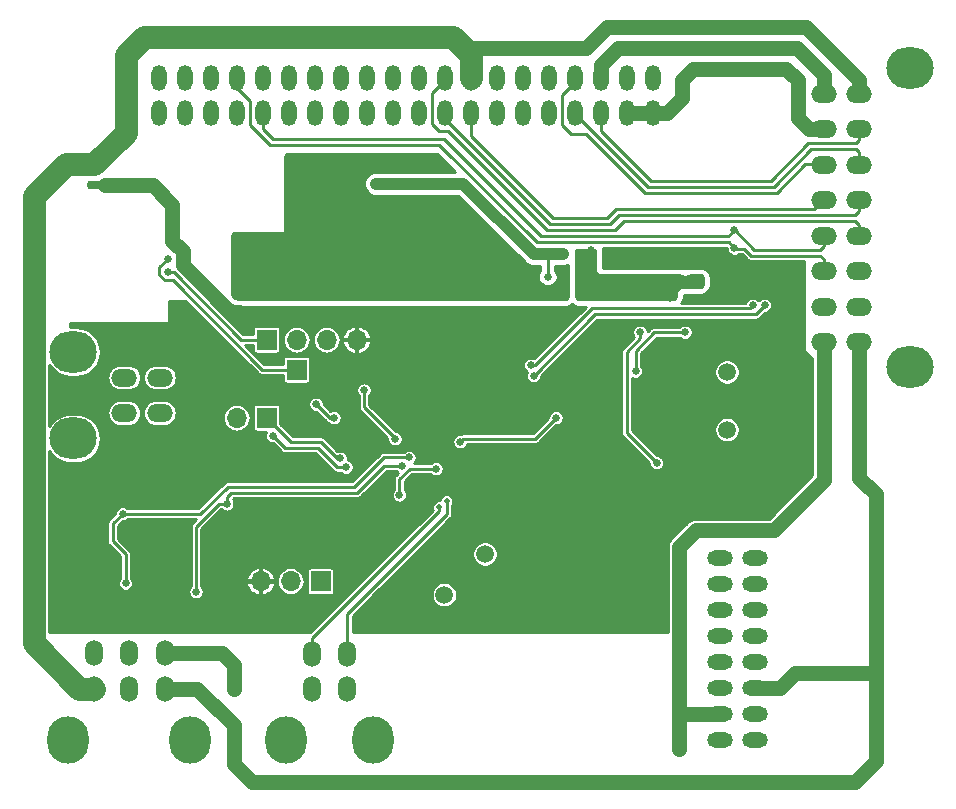
<source format=gbl>
G04 #@! TF.GenerationSoftware,KiCad,Pcbnew,(5.1.2)-2*
G04 #@! TF.CreationDate,2020-04-25T17:38:05-07:00*
G04 #@! TF.ProjectId,370Z_AC_Interface,3337305a-5f41-4435-9f49-6e7465726661,rev?*
G04 #@! TF.SameCoordinates,Original*
G04 #@! TF.FileFunction,Copper,L2,Bot*
G04 #@! TF.FilePolarity,Positive*
%FSLAX46Y46*%
G04 Gerber Fmt 4.6, Leading zero omitted, Abs format (unit mm)*
G04 Created by KiCad (PCBNEW (5.1.2)-2) date 2020-04-25 17:38:05*
%MOMM*%
%LPD*%
G04 APERTURE LIST*
%ADD10O,1.700000X1.700000*%
%ADD11R,1.700000X1.700000*%
%ADD12O,4.000000X3.500000*%
%ADD13O,2.200000X1.500000*%
%ADD14C,1.500000*%
%ADD15O,2.200000X1.300000*%
%ADD16O,1.300000X2.200000*%
%ADD17O,1.500000X2.200000*%
%ADD18O,3.500000X4.000000*%
%ADD19C,0.635000*%
%ADD20C,0.508000*%
%ADD21C,0.762000*%
%ADD22C,0.254000*%
%ADD23C,1.270000*%
%ADD24C,1.905000*%
%ADD25C,1.016000*%
%ADD26C,0.635000*%
G04 APERTURE END LIST*
D10*
X129540000Y-90043000D03*
D11*
X132080000Y-90043000D03*
X134620000Y-85979000D03*
D12*
X115719000Y-91798000D03*
X115719000Y-84478000D03*
D13*
X120039000Y-89638000D03*
X120039000Y-86638000D03*
X123039000Y-86638000D03*
X123039000Y-89638000D03*
D14*
X171069000Y-91059000D03*
X171069000Y-86179000D03*
X150580181Y-101578319D03*
X147129500Y-105029000D03*
D10*
X139700000Y-83439000D03*
X137160000Y-83439000D03*
X134620000Y-83439000D03*
D11*
X132080000Y-83439000D03*
D10*
X131572000Y-103886000D03*
X134112000Y-103886000D03*
D11*
X136652000Y-103886000D03*
D15*
X170470000Y-108516000D03*
X170470000Y-101916000D03*
X173470000Y-117316000D03*
X170470000Y-117316000D03*
X173470000Y-115116000D03*
X170470000Y-115116000D03*
X173470000Y-112916000D03*
X170470000Y-112916000D03*
X173470000Y-110716000D03*
X170470000Y-110716000D03*
X173470000Y-108516000D03*
X173470000Y-106316000D03*
X170470000Y-106316000D03*
X173470000Y-104116000D03*
X170470000Y-104116000D03*
X173470000Y-101916000D03*
D16*
X142797000Y-64262000D03*
X122997000Y-64262000D03*
X122997000Y-61262000D03*
X125197000Y-64262000D03*
X125197000Y-61262000D03*
X127397000Y-64262000D03*
X127397000Y-61262000D03*
X129597000Y-64262000D03*
X129597000Y-61262000D03*
X131797000Y-64262000D03*
X131797000Y-61262000D03*
X133997000Y-64262000D03*
X133997000Y-61262000D03*
X136197000Y-64262000D03*
X136197000Y-61262000D03*
X138397000Y-64262000D03*
X138397000Y-61262000D03*
X140597000Y-64262000D03*
X140597000Y-61262000D03*
X142797000Y-61262000D03*
X144997000Y-64262000D03*
X144997000Y-61262000D03*
X147197000Y-64262000D03*
X147197000Y-61262000D03*
X149397000Y-64262000D03*
X149397000Y-61262000D03*
X151597000Y-64262000D03*
X151597000Y-61262000D03*
X153797000Y-64262000D03*
X153797000Y-61262000D03*
X155997000Y-64262000D03*
X155997000Y-61262000D03*
X158197000Y-64262000D03*
X158197000Y-61262000D03*
X160397000Y-64262000D03*
X160397000Y-61262000D03*
X162597000Y-64262000D03*
X162597000Y-61262000D03*
X164797000Y-64262000D03*
X164797000Y-61262000D03*
D17*
X138914000Y-110006000D03*
X135914000Y-110006000D03*
X135914000Y-113006000D03*
X138914000Y-113006000D03*
D18*
X133754000Y-117326000D03*
X141074000Y-117326000D03*
D17*
X120444000Y-109982000D03*
X123444000Y-109982000D03*
X117444000Y-109982000D03*
X117444000Y-112982000D03*
X120444000Y-112982000D03*
X123444000Y-112982000D03*
D18*
X115284000Y-117302000D03*
X125604000Y-117302000D03*
D13*
X179245000Y-62628000D03*
X179245000Y-68628000D03*
X179245000Y-62628000D03*
X179245000Y-83628000D03*
X182245000Y-83628000D03*
X182245000Y-68628000D03*
X182245000Y-62628000D03*
D12*
X186565000Y-85788000D03*
X186565000Y-60468000D03*
D13*
X179245000Y-65628000D03*
X182245000Y-65628000D03*
X179245000Y-71628000D03*
X182245000Y-71628000D03*
X179245000Y-74628000D03*
X182245000Y-74628000D03*
X179245000Y-77628000D03*
X182245000Y-77628000D03*
X179245000Y-80628000D03*
X182245000Y-80628000D03*
D19*
X150852000Y-76199000D03*
X149177000Y-77724000D03*
X149177000Y-74724000D03*
X152527000Y-77724000D03*
X130556000Y-77978000D03*
X131572000Y-77978000D03*
X132588000Y-77978000D03*
X133604000Y-77978000D03*
X134620000Y-77978000D03*
X135636000Y-77978000D03*
X136652000Y-77978000D03*
X135128000Y-68580000D03*
X136144000Y-68580000D03*
X137160000Y-68580000D03*
X138176000Y-68580000D03*
X143764000Y-71882000D03*
X144780000Y-71882000D03*
X145796000Y-71882000D03*
X146812000Y-71882000D03*
X147828000Y-71882000D03*
X140208000Y-68580000D03*
X141224000Y-68580000D03*
X143256000Y-68580000D03*
X142240000Y-68580000D03*
X139192000Y-68580000D03*
X146304000Y-68580000D03*
X145288000Y-68580000D03*
X144272000Y-68580000D03*
X141986000Y-75946000D03*
X141986000Y-76962000D03*
X141986000Y-77978000D03*
X141986000Y-78994000D03*
X146431000Y-94361000D03*
X143319500Y-96583500D03*
X171691250Y-74155250D03*
X171691250Y-75704750D03*
X167005000Y-115570000D03*
X167005000Y-116840000D03*
X167005000Y-118110000D03*
X129286000Y-110998000D03*
X129286000Y-112014000D03*
X129286000Y-113030000D03*
X163703000Y-82804000D03*
X165104000Y-93857000D03*
X167513000Y-82804000D03*
X163322000Y-86106000D03*
X141351000Y-70231000D03*
X142557500Y-70231000D03*
X155890000Y-78102500D03*
X155892500Y-76200000D03*
X157162500Y-76200000D03*
D20*
X147320000Y-97091500D03*
X146685000Y-97599500D03*
D21*
X127381000Y-99060000D03*
X173736000Y-78994000D03*
X120015000Y-100076000D03*
D19*
X147955000Y-86614000D03*
X146685000Y-86614000D03*
X145415000Y-86614000D03*
X144145000Y-86614000D03*
D21*
X158115000Y-94615000D03*
D19*
X145415000Y-84582000D03*
X144145000Y-84582000D03*
X146685000Y-84582000D03*
D21*
X118364000Y-70358000D03*
X150495000Y-94742000D03*
X117221000Y-70358000D03*
X167513000Y-77216000D03*
X144462500Y-95377000D03*
X136144000Y-93789500D03*
X121031000Y-95758000D03*
X116395500Y-95250000D03*
X141373860Y-98714560D03*
X141371320Y-100063300D03*
X124206000Y-80391000D03*
X125476000Y-91440000D03*
X177419000Y-89154000D03*
X142367000Y-88900000D03*
D19*
X142947920Y-91830420D03*
X140335000Y-87693500D03*
X148463000Y-92075000D03*
X156591000Y-90043000D03*
X174244000Y-80518000D03*
X154686000Y-86487000D03*
X173228000Y-80518000D03*
X154432000Y-85598000D03*
X137795000Y-90043000D03*
X136271000Y-88900000D03*
X123698000Y-77724000D03*
X119888000Y-98171000D03*
X144145000Y-93408500D03*
X120142000Y-104076500D03*
X143510000Y-94107000D03*
X126111000Y-104775000D03*
X128714500Y-97345500D03*
X168656000Y-78359000D03*
X161544000Y-79375000D03*
X166243000Y-79883000D03*
X160020000Y-79629000D03*
X158750000Y-79629000D03*
X159512000Y-75882500D03*
X159512000Y-76644500D03*
X166243000Y-79248000D03*
X123698000Y-76581000D03*
X138811000Y-94234000D03*
X132588000Y-91567000D03*
X138303000Y-93472000D03*
D22*
X143319500Y-96583500D02*
X143319500Y-95250000D01*
X143319500Y-95250000D02*
X144208500Y-94361000D01*
X144208500Y-94361000D02*
X146431000Y-94361000D01*
D23*
X182245000Y-61468000D02*
X182245000Y-62580000D01*
X149397000Y-61262000D02*
X149397000Y-58883000D01*
X149542500Y-58737500D02*
X159131000Y-58737500D01*
X149397000Y-58883000D02*
X149542500Y-58737500D01*
X159131000Y-58737500D02*
X160909000Y-56959500D01*
X160909000Y-56959500D02*
X177736500Y-56959500D01*
X177736500Y-56959500D02*
X182245000Y-61468000D01*
D24*
X147828000Y-57785000D02*
X149397000Y-59354000D01*
X121666000Y-57785000D02*
X147828000Y-57785000D01*
X120142000Y-59309000D02*
X121666000Y-57785000D01*
X120142000Y-65913000D02*
X120142000Y-59309000D01*
X116220500Y-112982000D02*
X112395000Y-109156500D01*
X112395000Y-109156500D02*
X112395000Y-71247000D01*
X112395000Y-71247000D02*
X115062000Y-68580000D01*
X115062000Y-68580000D02*
X117475000Y-68580000D01*
X149397000Y-59354000D02*
X149397000Y-61262000D01*
X117444000Y-112982000D02*
X116220500Y-112982000D01*
X117475000Y-68580000D02*
X120142000Y-65913000D01*
D22*
X179245000Y-75517000D02*
X179245000Y-74580000D01*
X178943000Y-75819000D02*
X179245000Y-75517000D01*
X171704000Y-74168000D02*
X173355000Y-75819000D01*
X171704000Y-74142500D02*
X171704000Y-74168000D01*
X131797000Y-65630000D02*
X132588000Y-66421000D01*
X131797000Y-64262000D02*
X131797000Y-65630000D01*
X147066000Y-66421000D02*
X155321000Y-74676000D01*
X173355000Y-75819000D02*
X178943000Y-75819000D01*
X155321000Y-74676000D02*
X171170500Y-74676000D01*
X132588000Y-66421000D02*
X147066000Y-66421000D01*
X171170500Y-74676000D02*
X171704000Y-74142500D01*
X129597000Y-62160000D02*
X129597000Y-61262000D01*
X132334000Y-66929000D02*
X130683000Y-65278000D01*
X146685000Y-66929000D02*
X132334000Y-66929000D01*
X154940000Y-75184000D02*
X146685000Y-66929000D01*
X179245000Y-76629000D02*
X178943000Y-76327000D01*
X130683000Y-65278000D02*
X130683000Y-63246000D01*
X171196000Y-75184000D02*
X154940000Y-75184000D01*
X179245000Y-77580000D02*
X179245000Y-76629000D01*
X178943000Y-76327000D02*
X173101000Y-76327000D01*
X130683000Y-63246000D02*
X129597000Y-62160000D01*
X173101000Y-76327000D02*
X172491500Y-75717500D01*
X172491500Y-75717500D02*
X171729500Y-75717500D01*
X171729500Y-75717500D02*
X171196000Y-75184000D01*
D23*
X167005000Y-118110000D02*
X167005000Y-100965000D01*
X167005000Y-100965000D02*
X168402000Y-99568000D01*
X168402000Y-99568000D02*
X175006000Y-99568000D01*
X175006000Y-99568000D02*
X179245000Y-95329000D01*
X179245000Y-95329000D02*
X179245000Y-83628000D01*
X167459000Y-115116000D02*
X170470000Y-115116000D01*
X129286000Y-110998000D02*
X129286000Y-112014000D01*
X129286000Y-112014000D02*
X129286000Y-113030000D01*
X127254000Y-109982000D02*
X128270000Y-109982000D01*
X128270000Y-109982000D02*
X129286000Y-110998000D01*
X127254000Y-109982000D02*
X123444000Y-109982000D01*
X183642000Y-111633000D02*
X183642000Y-96520000D01*
X183642000Y-96520000D02*
X182245000Y-95123000D01*
X182245000Y-95123000D02*
X182245000Y-83628000D01*
X173470000Y-112916000D02*
X173457000Y-112903000D01*
X173457000Y-112903000D02*
X175514000Y-112903000D01*
X175514000Y-112903000D02*
X176784000Y-111633000D01*
X176784000Y-111633000D02*
X183642000Y-111633000D01*
X183642000Y-111633000D02*
X183642000Y-119126000D01*
X123444000Y-112982000D02*
X126190000Y-112982000D01*
X126190000Y-112982000D02*
X129286000Y-116078000D01*
X129286000Y-116078000D02*
X129286000Y-119380000D01*
X129286000Y-119380000D02*
X130810000Y-120904000D01*
X130810000Y-120904000D02*
X181864000Y-120904000D01*
X181864000Y-120904000D02*
X183642000Y-119126000D01*
X173483000Y-112903000D02*
X173470000Y-112916000D01*
X162597000Y-64262000D02*
X164797000Y-64262000D01*
X179245000Y-65580000D02*
X178864000Y-65580000D01*
X177038000Y-64643000D02*
X177975000Y-65580000D01*
X177975000Y-65580000D02*
X179245000Y-65580000D01*
X177038000Y-61468000D02*
X177038000Y-64643000D01*
X165989000Y-64262000D02*
X167259000Y-62992000D01*
X164797000Y-64262000D02*
X165989000Y-64262000D01*
X167259000Y-62992000D02*
X167259000Y-61468000D01*
X167259000Y-61468000D02*
X168211500Y-60515500D01*
X168211500Y-60515500D02*
X176085500Y-60515500D01*
X176085500Y-60515500D02*
X177038000Y-61468000D01*
X160397000Y-61262000D02*
X160397000Y-60202000D01*
X160397000Y-60202000D02*
X161861500Y-58737500D01*
X161861500Y-58737500D02*
X176974500Y-58737500D01*
X176974500Y-58737500D02*
X179245000Y-61008000D01*
X179245000Y-61008000D02*
X179245000Y-62580000D01*
D22*
X160397000Y-64262000D02*
X160401000Y-64262000D01*
X182245000Y-66548000D02*
X182245000Y-65580000D01*
X160397000Y-65782000D02*
X164592000Y-69977000D01*
X160397000Y-64262000D02*
X160397000Y-65782000D01*
X164592000Y-69977000D02*
X174752000Y-69977000D01*
X174752000Y-69977000D02*
X177927000Y-66802000D01*
X177927000Y-66802000D02*
X181991000Y-66802000D01*
X181991000Y-66802000D02*
X182245000Y-66548000D01*
X159131000Y-66040000D02*
X164084000Y-70993000D01*
X157861000Y-66040000D02*
X159131000Y-66040000D01*
X157099000Y-65278000D02*
X157861000Y-66040000D01*
X157099000Y-62738000D02*
X157099000Y-65278000D01*
X158197000Y-61262000D02*
X158197000Y-61640000D01*
X158197000Y-61640000D02*
X157099000Y-62738000D01*
X164084000Y-70993000D02*
X175260000Y-70993000D01*
X175260000Y-70993000D02*
X177673000Y-68580000D01*
X177673000Y-68580000D02*
X179245000Y-68580000D01*
X178943000Y-68580000D02*
X179245000Y-68580000D01*
X158197000Y-64344000D02*
X164338000Y-70485000D01*
X158197000Y-64262000D02*
X158197000Y-64344000D01*
X164338000Y-70485000D02*
X175006000Y-70485000D01*
X182245000Y-67564000D02*
X182245000Y-68580000D01*
X175006000Y-70485000D02*
X178181000Y-67310000D01*
X178181000Y-67310000D02*
X181991000Y-67310000D01*
X181991000Y-67310000D02*
X182245000Y-67564000D01*
X149397000Y-66212000D02*
X156337000Y-73152000D01*
X149397000Y-64262000D02*
X149397000Y-66212000D01*
X156337000Y-73152000D02*
X160909000Y-73152000D01*
X160909000Y-73152000D02*
X161671000Y-72390000D01*
X161671000Y-72390000D02*
X178435000Y-72390000D01*
X178435000Y-72390000D02*
X179245000Y-71580000D01*
X147197000Y-61262000D02*
X147197000Y-61718000D01*
X161544000Y-74168000D02*
X162306000Y-73406000D01*
X155829000Y-74168000D02*
X161544000Y-74168000D01*
X147197000Y-61464000D02*
X146113500Y-62547500D01*
X162306000Y-73406000D02*
X181927500Y-73406000D01*
X147197000Y-61262000D02*
X147197000Y-61464000D01*
X181927500Y-73406000D02*
X182245000Y-73723500D01*
X146113500Y-65214500D02*
X146685000Y-65786000D01*
X146685000Y-65786000D02*
X147447000Y-65786000D01*
X182245000Y-73723500D02*
X182245000Y-74580000D01*
X146113500Y-62547500D02*
X146113500Y-65214500D01*
X147447000Y-65786000D02*
X155829000Y-74168000D01*
X147197000Y-64262000D02*
X147197000Y-64520000D01*
X182245000Y-72580500D02*
X182245000Y-71580000D01*
X147197000Y-64774000D02*
X156083000Y-73660000D01*
X147197000Y-64262000D02*
X147197000Y-64774000D01*
X156083000Y-73660000D02*
X161163000Y-73660000D01*
X161163000Y-73660000D02*
X161925000Y-72898000D01*
X161925000Y-72898000D02*
X181927500Y-72898000D01*
X181927500Y-72898000D02*
X182245000Y-72580500D01*
X163703000Y-83312000D02*
X163703000Y-82804000D01*
X162560000Y-84455000D02*
X163703000Y-83312000D01*
X165104000Y-93857000D02*
X162560000Y-91313000D01*
X162560000Y-91313000D02*
X162560000Y-84455000D01*
X166878000Y-82804000D02*
X167513000Y-82804000D01*
X164909500Y-82804000D02*
X166878000Y-82804000D01*
X163322000Y-86106000D02*
X163322000Y-84391500D01*
X163322000Y-84391500D02*
X164909500Y-82804000D01*
D25*
X141351000Y-70231000D02*
X142557500Y-70231000D01*
D22*
X155890000Y-76202500D02*
X155890000Y-78102500D01*
X155892500Y-76200000D02*
X155890000Y-76202500D01*
D25*
X148742400Y-70231000D02*
X142557500Y-70231000D01*
X154711400Y-76200000D02*
X148742400Y-70231000D01*
X155892500Y-76200000D02*
X154711400Y-76200000D01*
X157162500Y-76200000D02*
X155892500Y-76200000D01*
D22*
X138914000Y-108736000D02*
X138914000Y-110006000D01*
X147320000Y-97091500D02*
X147320000Y-98234500D01*
X147320000Y-98234500D02*
X138914000Y-106640500D01*
X138914000Y-106640500D02*
X138914000Y-108736000D01*
X135914000Y-108688000D02*
X135914000Y-110006000D01*
X146685000Y-97917000D02*
X135914000Y-108688000D01*
X146685000Y-97599500D02*
X146685000Y-97917000D01*
D26*
X118364000Y-70358000D02*
X117221000Y-70358000D01*
D23*
X124968000Y-77089000D02*
X129667000Y-81788000D01*
X124968000Y-75946000D02*
X124968000Y-77089000D01*
X124079000Y-75057000D02*
X124968000Y-75946000D01*
X124079000Y-72009000D02*
X124079000Y-75057000D01*
X122428000Y-70358000D02*
X124079000Y-72009000D01*
X118364000Y-70358000D02*
X122428000Y-70358000D01*
X129667000Y-81788000D02*
X130556000Y-81788000D01*
D22*
X142947920Y-91766920D02*
X142947920Y-91830420D01*
X140335000Y-89154000D02*
X142947920Y-91766920D01*
X140335000Y-87693500D02*
X140335000Y-89154000D01*
X154813000Y-91821000D02*
X156591000Y-90043000D01*
X148463000Y-92075000D02*
X148717000Y-91821000D01*
X148717000Y-91821000D02*
X154813000Y-91821000D01*
X173482000Y-81280000D02*
X174244000Y-80518000D01*
X154686000Y-86487000D02*
X159893000Y-81280000D01*
X159893000Y-81280000D02*
X173482000Y-81280000D01*
X172974000Y-80772000D02*
X173228000Y-80518000D01*
X159639000Y-80772000D02*
X172974000Y-80772000D01*
X154432000Y-85598000D02*
X154813000Y-85598000D01*
X154813000Y-85598000D02*
X159639000Y-80772000D01*
X129921000Y-83439000D02*
X132080000Y-83439000D01*
X123698000Y-77724000D02*
X124206000Y-77724000D01*
X124206000Y-77724000D02*
X129921000Y-83439000D01*
X137414000Y-90043000D02*
X137795000Y-90043000D01*
X136271000Y-88900000D02*
X137414000Y-90043000D01*
X119893000Y-98176000D02*
X119888000Y-98171000D01*
X126487000Y-98176000D02*
X119893000Y-98176000D01*
X128778000Y-95885000D02*
X126487000Y-98176000D01*
X139509500Y-95885000D02*
X128778000Y-95885000D01*
X144145000Y-93408500D02*
X141986000Y-93408500D01*
X141986000Y-93408500D02*
X139509500Y-95885000D01*
X119062500Y-98996500D02*
X119888000Y-98171000D01*
X119062500Y-100520500D02*
X119062500Y-98996500D01*
X120142000Y-104076500D02*
X120142000Y-101600000D01*
X120142000Y-101600000D02*
X119062500Y-100520500D01*
X126111000Y-99314000D02*
X126111000Y-104775000D01*
X128079500Y-97345500D02*
X126111000Y-99314000D01*
X128714500Y-97345500D02*
X128079500Y-97345500D01*
X142049500Y-94107000D02*
X143510000Y-94107000D01*
X139763500Y-96393000D02*
X142049500Y-94107000D01*
X129095500Y-96393000D02*
X139763500Y-96393000D01*
X128714500Y-97345500D02*
X128714500Y-96774000D01*
X128714500Y-96774000D02*
X129095500Y-96393000D01*
X131699000Y-85979000D02*
X134620000Y-85979000D01*
X124142500Y-78422500D02*
X131699000Y-85979000D01*
X123444000Y-78422500D02*
X124142500Y-78422500D01*
X122999500Y-77978000D02*
X123444000Y-78422500D01*
X123698000Y-76581000D02*
X122999500Y-77279500D01*
X122999500Y-77279500D02*
X122999500Y-77978000D01*
X133604000Y-92583000D02*
X136398000Y-92583000D01*
X136398000Y-92583000D02*
X138049000Y-94234000D01*
X138049000Y-94234000D02*
X138811000Y-94234000D01*
X132588000Y-91567000D02*
X133604000Y-92583000D01*
X134112000Y-92075000D02*
X132080000Y-90043000D01*
X136652000Y-92075000D02*
X134112000Y-92075000D01*
X138303000Y-93472000D02*
X138049000Y-93472000D01*
X138049000Y-93472000D02*
X136652000Y-92075000D01*
G36*
X148072976Y-69215000D02*
G01*
X141301098Y-69215000D01*
X141151829Y-69229702D01*
X140960313Y-69287798D01*
X140783810Y-69382140D01*
X140629104Y-69509104D01*
X140502140Y-69663810D01*
X140407798Y-69840313D01*
X140349702Y-70031829D01*
X140330085Y-70231000D01*
X140349702Y-70430171D01*
X140407798Y-70621687D01*
X140502140Y-70798190D01*
X140629104Y-70952896D01*
X140783810Y-71079860D01*
X140960313Y-71174202D01*
X141151829Y-71232298D01*
X141301098Y-71247000D01*
X148321560Y-71247000D01*
X153957692Y-76883133D01*
X153989504Y-76921896D01*
X154144210Y-77048860D01*
X154304429Y-77134498D01*
X154320713Y-77143202D01*
X154512229Y-77201298D01*
X154711400Y-77220915D01*
X154761302Y-77216000D01*
X155255001Y-77216000D01*
X155255001Y-77570066D01*
X155248792Y-77576275D01*
X155158452Y-77711479D01*
X155096224Y-77861711D01*
X155064500Y-78021195D01*
X155064500Y-78183805D01*
X155096224Y-78343289D01*
X155158452Y-78493521D01*
X155248792Y-78628725D01*
X155363775Y-78743708D01*
X155498979Y-78834048D01*
X155649211Y-78896276D01*
X155808695Y-78928000D01*
X155971305Y-78928000D01*
X156130789Y-78896276D01*
X156281021Y-78834048D01*
X156416225Y-78743708D01*
X156531208Y-78628725D01*
X156621548Y-78493521D01*
X156683776Y-78343289D01*
X156715500Y-78183805D01*
X156715500Y-78021195D01*
X156683776Y-77861711D01*
X156621548Y-77711479D01*
X156531208Y-77576275D01*
X156525000Y-77570067D01*
X156525000Y-77216000D01*
X157212402Y-77216000D01*
X157361671Y-77201298D01*
X157553187Y-77143202D01*
X157607000Y-77114439D01*
X157607000Y-79830394D01*
X157427394Y-80010000D01*
X130179500Y-80010000D01*
X129683065Y-79974719D01*
X129434682Y-79939236D01*
X129159000Y-79663554D01*
X129159000Y-74601606D01*
X129338606Y-74422000D01*
X133477000Y-74422000D01*
X133501776Y-74419560D01*
X133525601Y-74412333D01*
X133547557Y-74400597D01*
X133566803Y-74384803D01*
X133582597Y-74365557D01*
X133594333Y-74343601D01*
X133601560Y-74319776D01*
X133604000Y-74295000D01*
X133604000Y-67870606D01*
X133783606Y-67691000D01*
X146548976Y-67691000D01*
X148072976Y-69215000D01*
X148072976Y-69215000D01*
G37*
X148072976Y-69215000D02*
X141301098Y-69215000D01*
X141151829Y-69229702D01*
X140960313Y-69287798D01*
X140783810Y-69382140D01*
X140629104Y-69509104D01*
X140502140Y-69663810D01*
X140407798Y-69840313D01*
X140349702Y-70031829D01*
X140330085Y-70231000D01*
X140349702Y-70430171D01*
X140407798Y-70621687D01*
X140502140Y-70798190D01*
X140629104Y-70952896D01*
X140783810Y-71079860D01*
X140960313Y-71174202D01*
X141151829Y-71232298D01*
X141301098Y-71247000D01*
X148321560Y-71247000D01*
X153957692Y-76883133D01*
X153989504Y-76921896D01*
X154144210Y-77048860D01*
X154304429Y-77134498D01*
X154320713Y-77143202D01*
X154512229Y-77201298D01*
X154711400Y-77220915D01*
X154761302Y-77216000D01*
X155255001Y-77216000D01*
X155255001Y-77570066D01*
X155248792Y-77576275D01*
X155158452Y-77711479D01*
X155096224Y-77861711D01*
X155064500Y-78021195D01*
X155064500Y-78183805D01*
X155096224Y-78343289D01*
X155158452Y-78493521D01*
X155248792Y-78628725D01*
X155363775Y-78743708D01*
X155498979Y-78834048D01*
X155649211Y-78896276D01*
X155808695Y-78928000D01*
X155971305Y-78928000D01*
X156130789Y-78896276D01*
X156281021Y-78834048D01*
X156416225Y-78743708D01*
X156531208Y-78628725D01*
X156621548Y-78493521D01*
X156683776Y-78343289D01*
X156715500Y-78183805D01*
X156715500Y-78021195D01*
X156683776Y-77861711D01*
X156621548Y-77711479D01*
X156531208Y-77576275D01*
X156525000Y-77570067D01*
X156525000Y-77216000D01*
X157212402Y-77216000D01*
X157361671Y-77201298D01*
X157553187Y-77143202D01*
X157607000Y-77114439D01*
X157607000Y-79830394D01*
X157427394Y-80010000D01*
X130179500Y-80010000D01*
X129683065Y-79974719D01*
X129434682Y-79939236D01*
X129159000Y-79663554D01*
X129159000Y-74601606D01*
X129338606Y-74422000D01*
X133477000Y-74422000D01*
X133501776Y-74419560D01*
X133525601Y-74412333D01*
X133547557Y-74400597D01*
X133566803Y-74384803D01*
X133582597Y-74365557D01*
X133594333Y-74343601D01*
X133601560Y-74319776D01*
X133604000Y-74295000D01*
X133604000Y-67870606D01*
X133783606Y-67691000D01*
X146548976Y-67691000D01*
X148072976Y-69215000D01*
G36*
X171043550Y-75678127D02*
G01*
X171043550Y-75768543D01*
X171068441Y-75893677D01*
X171117266Y-76011551D01*
X171188149Y-76117635D01*
X171278365Y-76207851D01*
X171384449Y-76278734D01*
X171502323Y-76327559D01*
X171627457Y-76352450D01*
X171755043Y-76352450D01*
X171880177Y-76327559D01*
X171998051Y-76278734D01*
X172104135Y-76207851D01*
X172137286Y-76174700D01*
X172302123Y-76174700D01*
X172761829Y-76634407D01*
X172776147Y-76651853D01*
X172793592Y-76666170D01*
X172838592Y-76703101D01*
X172845764Y-76708987D01*
X172925191Y-76751441D01*
X173011373Y-76777585D01*
X173078540Y-76784200D01*
X173078549Y-76784200D01*
X173100999Y-76786411D01*
X173123449Y-76784200D01*
X177546000Y-76784200D01*
X177546000Y-84201000D01*
X177546907Y-84216150D01*
X177552285Y-84240459D01*
X177562303Y-84263251D01*
X177576574Y-84283651D01*
X178279801Y-85104082D01*
X178279800Y-94929201D01*
X174606203Y-98602800D01*
X168449411Y-98602800D01*
X168401999Y-98598130D01*
X168354587Y-98602800D01*
X168354585Y-98602800D01*
X168212788Y-98616766D01*
X168030847Y-98671957D01*
X167863169Y-98761583D01*
X167716198Y-98882198D01*
X167685972Y-98919029D01*
X166356036Y-100248967D01*
X166319199Y-100279198D01*
X166210558Y-100411579D01*
X166198583Y-100426170D01*
X166108958Y-100593847D01*
X166053767Y-100775789D01*
X166035130Y-100965000D01*
X166039801Y-101012422D01*
X166039801Y-108204000D01*
X139371200Y-108204000D01*
X139371200Y-106829877D01*
X141278467Y-104922610D01*
X146049300Y-104922610D01*
X146049300Y-105135390D01*
X146090811Y-105344083D01*
X146172239Y-105540667D01*
X146290454Y-105717588D01*
X146440912Y-105868046D01*
X146617833Y-105986261D01*
X146814417Y-106067689D01*
X147023110Y-106109200D01*
X147235890Y-106109200D01*
X147444583Y-106067689D01*
X147641167Y-105986261D01*
X147818088Y-105868046D01*
X147968546Y-105717588D01*
X148086761Y-105540667D01*
X148168189Y-105344083D01*
X148209700Y-105135390D01*
X148209700Y-104922610D01*
X148168189Y-104713917D01*
X148086761Y-104517333D01*
X147968546Y-104340412D01*
X147818088Y-104189954D01*
X147641167Y-104071739D01*
X147444583Y-103990311D01*
X147235890Y-103948800D01*
X147023110Y-103948800D01*
X146814417Y-103990311D01*
X146617833Y-104071739D01*
X146440912Y-104189954D01*
X146290454Y-104340412D01*
X146172239Y-104517333D01*
X146090811Y-104713917D01*
X146049300Y-104922610D01*
X141278467Y-104922610D01*
X144729148Y-101471929D01*
X149499981Y-101471929D01*
X149499981Y-101684709D01*
X149541492Y-101893402D01*
X149622920Y-102089986D01*
X149741135Y-102266907D01*
X149891593Y-102417365D01*
X150068514Y-102535580D01*
X150265098Y-102617008D01*
X150473791Y-102658519D01*
X150686571Y-102658519D01*
X150895264Y-102617008D01*
X151091848Y-102535580D01*
X151268769Y-102417365D01*
X151419227Y-102266907D01*
X151537442Y-102089986D01*
X151618870Y-101893402D01*
X151660381Y-101684709D01*
X151660381Y-101471929D01*
X151618870Y-101263236D01*
X151537442Y-101066652D01*
X151419227Y-100889731D01*
X151268769Y-100739273D01*
X151091848Y-100621058D01*
X150895264Y-100539630D01*
X150686571Y-100498119D01*
X150473791Y-100498119D01*
X150265098Y-100539630D01*
X150068514Y-100621058D01*
X149891593Y-100739273D01*
X149741135Y-100889731D01*
X149622920Y-101066652D01*
X149541492Y-101263236D01*
X149499981Y-101471929D01*
X144729148Y-101471929D01*
X147627408Y-98573670D01*
X147644853Y-98559353D01*
X147701987Y-98489736D01*
X147744441Y-98410309D01*
X147770585Y-98324127D01*
X147777200Y-98256960D01*
X147777200Y-98256951D01*
X147779411Y-98234501D01*
X147777200Y-98212051D01*
X147777200Y-97458785D01*
X147837712Y-97368223D01*
X147881750Y-97261905D01*
X147904200Y-97149039D01*
X147904200Y-97033961D01*
X147881750Y-96921095D01*
X147837712Y-96814777D01*
X147773778Y-96719094D01*
X147692406Y-96637722D01*
X147596723Y-96573788D01*
X147490405Y-96529750D01*
X147377539Y-96507300D01*
X147262461Y-96507300D01*
X147149595Y-96529750D01*
X147043277Y-96573788D01*
X146947594Y-96637722D01*
X146866222Y-96719094D01*
X146802288Y-96814777D01*
X146758250Y-96921095D01*
X146739512Y-97015300D01*
X146627461Y-97015300D01*
X146514595Y-97037750D01*
X146408277Y-97081788D01*
X146312594Y-97145722D01*
X146231222Y-97227094D01*
X146167288Y-97322777D01*
X146123250Y-97429095D01*
X146100800Y-97541961D01*
X146100800Y-97657039D01*
X146123250Y-97769905D01*
X146141487Y-97813935D01*
X135751423Y-108204000D01*
X113677700Y-108204000D01*
X113677700Y-98996500D01*
X118603089Y-98996500D01*
X118605301Y-99018960D01*
X118605300Y-100498050D01*
X118603089Y-100520500D01*
X118605300Y-100542950D01*
X118605300Y-100542959D01*
X118611915Y-100610126D01*
X118638059Y-100696308D01*
X118680513Y-100775735D01*
X118737647Y-100845353D01*
X118755097Y-100859674D01*
X119684801Y-101789380D01*
X119684800Y-103617714D01*
X119638899Y-103663615D01*
X119568016Y-103769699D01*
X119519191Y-103887573D01*
X119494300Y-104012707D01*
X119494300Y-104140293D01*
X119519191Y-104265427D01*
X119568016Y-104383301D01*
X119638899Y-104489385D01*
X119729115Y-104579601D01*
X119835199Y-104650484D01*
X119953073Y-104699309D01*
X120078207Y-104724200D01*
X120205793Y-104724200D01*
X120330927Y-104699309D01*
X120448801Y-104650484D01*
X120554885Y-104579601D01*
X120645101Y-104489385D01*
X120715984Y-104383301D01*
X120764809Y-104265427D01*
X120789700Y-104140293D01*
X120789700Y-104012707D01*
X120764809Y-103887573D01*
X120715984Y-103769699D01*
X120645101Y-103663615D01*
X120599200Y-103617714D01*
X120599200Y-101622452D01*
X120601411Y-101600000D01*
X120599200Y-101577548D01*
X120599200Y-101577540D01*
X120592585Y-101510373D01*
X120566441Y-101424191D01*
X120566441Y-101424190D01*
X120523987Y-101344764D01*
X120481171Y-101292592D01*
X120481165Y-101292586D01*
X120466853Y-101275147D01*
X120449414Y-101260835D01*
X119519700Y-100331123D01*
X119519700Y-99185877D01*
X119886878Y-98818700D01*
X119951793Y-98818700D01*
X120076927Y-98793809D01*
X120194801Y-98744984D01*
X120300885Y-98674101D01*
X120341786Y-98633200D01*
X126145223Y-98633200D01*
X125803597Y-98974826D01*
X125786147Y-98989147D01*
X125729013Y-99058765D01*
X125686559Y-99138192D01*
X125660415Y-99224374D01*
X125653800Y-99291541D01*
X125653800Y-99291550D01*
X125651589Y-99314000D01*
X125653800Y-99336450D01*
X125653801Y-104316213D01*
X125607899Y-104362115D01*
X125537016Y-104468199D01*
X125488191Y-104586073D01*
X125463300Y-104711207D01*
X125463300Y-104838793D01*
X125488191Y-104963927D01*
X125537016Y-105081801D01*
X125607899Y-105187885D01*
X125698115Y-105278101D01*
X125804199Y-105348984D01*
X125922073Y-105397809D01*
X126047207Y-105422700D01*
X126174793Y-105422700D01*
X126299927Y-105397809D01*
X126417801Y-105348984D01*
X126523885Y-105278101D01*
X126614101Y-105187885D01*
X126684984Y-105081801D01*
X126733809Y-104963927D01*
X126758700Y-104838793D01*
X126758700Y-104711207D01*
X126733809Y-104586073D01*
X126684984Y-104468199D01*
X126614101Y-104362115D01*
X126568200Y-104316214D01*
X126568200Y-104141033D01*
X130367705Y-104141033D01*
X130440600Y-104371079D01*
X130556974Y-104582484D01*
X130712355Y-104767123D01*
X130900771Y-104917901D01*
X131114982Y-105029024D01*
X131316967Y-105090292D01*
X131508500Y-105019973D01*
X131508500Y-103949500D01*
X131635500Y-103949500D01*
X131635500Y-105019973D01*
X131827033Y-105090292D01*
X132029018Y-105029024D01*
X132243229Y-104917901D01*
X132431645Y-104767123D01*
X132587026Y-104582484D01*
X132703400Y-104371079D01*
X132776295Y-104141033D01*
X132706114Y-103949500D01*
X131635500Y-103949500D01*
X131508500Y-103949500D01*
X130437886Y-103949500D01*
X130367705Y-104141033D01*
X126568200Y-104141033D01*
X126568200Y-103886000D01*
X132926090Y-103886000D01*
X132948877Y-104117360D01*
X133016362Y-104339828D01*
X133125952Y-104544856D01*
X133273435Y-104724565D01*
X133453144Y-104872048D01*
X133658172Y-104981638D01*
X133880640Y-105049123D01*
X134054025Y-105066200D01*
X134169975Y-105066200D01*
X134343360Y-105049123D01*
X134565828Y-104981638D01*
X134770856Y-104872048D01*
X134950565Y-104724565D01*
X135098048Y-104544856D01*
X135207638Y-104339828D01*
X135275123Y-104117360D01*
X135297910Y-103886000D01*
X135275123Y-103654640D01*
X135207638Y-103432172D01*
X135098048Y-103227144D01*
X134950565Y-103047435D01*
X134936632Y-103036000D01*
X135470203Y-103036000D01*
X135470203Y-104736000D01*
X135476578Y-104800730D01*
X135495460Y-104862973D01*
X135526121Y-104920337D01*
X135567384Y-104970616D01*
X135617663Y-105011879D01*
X135675027Y-105042540D01*
X135737270Y-105061422D01*
X135802000Y-105067797D01*
X137502000Y-105067797D01*
X137566730Y-105061422D01*
X137628973Y-105042540D01*
X137686337Y-105011879D01*
X137736616Y-104970616D01*
X137777879Y-104920337D01*
X137808540Y-104862973D01*
X137827422Y-104800730D01*
X137833797Y-104736000D01*
X137833797Y-103036000D01*
X137827422Y-102971270D01*
X137808540Y-102909027D01*
X137777879Y-102851663D01*
X137736616Y-102801384D01*
X137686337Y-102760121D01*
X137628973Y-102729460D01*
X137566730Y-102710578D01*
X137502000Y-102704203D01*
X135802000Y-102704203D01*
X135737270Y-102710578D01*
X135675027Y-102729460D01*
X135617663Y-102760121D01*
X135567384Y-102801384D01*
X135526121Y-102851663D01*
X135495460Y-102909027D01*
X135476578Y-102971270D01*
X135470203Y-103036000D01*
X134936632Y-103036000D01*
X134770856Y-102899952D01*
X134565828Y-102790362D01*
X134343360Y-102722877D01*
X134169975Y-102705800D01*
X134054025Y-102705800D01*
X133880640Y-102722877D01*
X133658172Y-102790362D01*
X133453144Y-102899952D01*
X133273435Y-103047435D01*
X133125952Y-103227144D01*
X133016362Y-103432172D01*
X132948877Y-103654640D01*
X132926090Y-103886000D01*
X126568200Y-103886000D01*
X126568200Y-103630967D01*
X130367705Y-103630967D01*
X130437886Y-103822500D01*
X131508500Y-103822500D01*
X131508500Y-102752027D01*
X131635500Y-102752027D01*
X131635500Y-103822500D01*
X132706114Y-103822500D01*
X132776295Y-103630967D01*
X132703400Y-103400921D01*
X132587026Y-103189516D01*
X132431645Y-103004877D01*
X132243229Y-102854099D01*
X132029018Y-102742976D01*
X131827033Y-102681708D01*
X131635500Y-102752027D01*
X131508500Y-102752027D01*
X131316967Y-102681708D01*
X131114982Y-102742976D01*
X130900771Y-102854099D01*
X130712355Y-103004877D01*
X130556974Y-103189516D01*
X130440600Y-103400921D01*
X130367705Y-103630967D01*
X126568200Y-103630967D01*
X126568200Y-99503377D01*
X128262296Y-97809282D01*
X128301615Y-97848601D01*
X128407699Y-97919484D01*
X128525573Y-97968309D01*
X128650707Y-97993200D01*
X128778293Y-97993200D01*
X128903427Y-97968309D01*
X129021301Y-97919484D01*
X129127385Y-97848601D01*
X129217601Y-97758385D01*
X129288484Y-97652301D01*
X129337309Y-97534427D01*
X129362200Y-97409293D01*
X129362200Y-97281707D01*
X129337309Y-97156573D01*
X129288484Y-97038699D01*
X129217601Y-96932615D01*
X129210032Y-96925046D01*
X129284878Y-96850200D01*
X139741050Y-96850200D01*
X139763500Y-96852411D01*
X139785950Y-96850200D01*
X139785960Y-96850200D01*
X139853127Y-96843585D01*
X139939309Y-96817441D01*
X140018736Y-96774987D01*
X140088353Y-96717853D01*
X140102674Y-96700403D01*
X142238878Y-94564200D01*
X143051214Y-94564200D01*
X143097115Y-94610101D01*
X143203199Y-94680984D01*
X143230592Y-94692331D01*
X143012092Y-94910830D01*
X142994648Y-94925147D01*
X142980331Y-94942592D01*
X142980330Y-94942593D01*
X142937514Y-94994764D01*
X142895060Y-95074191D01*
X142875161Y-95139789D01*
X142868916Y-95160374D01*
X142860089Y-95250000D01*
X142862301Y-95272459D01*
X142862300Y-96124714D01*
X142816399Y-96170615D01*
X142745516Y-96276699D01*
X142696691Y-96394573D01*
X142671800Y-96519707D01*
X142671800Y-96647293D01*
X142696691Y-96772427D01*
X142745516Y-96890301D01*
X142816399Y-96996385D01*
X142906615Y-97086601D01*
X143012699Y-97157484D01*
X143130573Y-97206309D01*
X143255707Y-97231200D01*
X143383293Y-97231200D01*
X143508427Y-97206309D01*
X143626301Y-97157484D01*
X143732385Y-97086601D01*
X143822601Y-96996385D01*
X143893484Y-96890301D01*
X143942309Y-96772427D01*
X143967200Y-96647293D01*
X143967200Y-96519707D01*
X143942309Y-96394573D01*
X143893484Y-96276699D01*
X143822601Y-96170615D01*
X143776700Y-96124714D01*
X143776700Y-95439377D01*
X144397878Y-94818200D01*
X145972214Y-94818200D01*
X146018115Y-94864101D01*
X146124199Y-94934984D01*
X146242073Y-94983809D01*
X146367207Y-95008700D01*
X146494793Y-95008700D01*
X146619927Y-94983809D01*
X146737801Y-94934984D01*
X146843885Y-94864101D01*
X146934101Y-94773885D01*
X147004984Y-94667801D01*
X147053809Y-94549927D01*
X147078700Y-94424793D01*
X147078700Y-94297207D01*
X147053809Y-94172073D01*
X147004984Y-94054199D01*
X146934101Y-93948115D01*
X146843885Y-93857899D01*
X146737801Y-93787016D01*
X146619927Y-93738191D01*
X146494793Y-93713300D01*
X146367207Y-93713300D01*
X146242073Y-93738191D01*
X146124199Y-93787016D01*
X146018115Y-93857899D01*
X145972214Y-93903800D01*
X144565686Y-93903800D01*
X144648101Y-93821385D01*
X144718984Y-93715301D01*
X144767809Y-93597427D01*
X144792700Y-93472293D01*
X144792700Y-93344707D01*
X144767809Y-93219573D01*
X144718984Y-93101699D01*
X144648101Y-92995615D01*
X144557885Y-92905399D01*
X144451801Y-92834516D01*
X144333927Y-92785691D01*
X144208793Y-92760800D01*
X144081207Y-92760800D01*
X143956073Y-92785691D01*
X143838199Y-92834516D01*
X143732115Y-92905399D01*
X143686214Y-92951300D01*
X142008450Y-92951300D01*
X141986000Y-92949089D01*
X141963550Y-92951300D01*
X141963540Y-92951300D01*
X141896373Y-92957915D01*
X141810191Y-92984059D01*
X141772981Y-93003948D01*
X141730764Y-93026513D01*
X141711393Y-93042411D01*
X141661147Y-93083647D01*
X141646830Y-93101092D01*
X139320123Y-95427800D01*
X128800449Y-95427800D01*
X128777999Y-95425589D01*
X128755549Y-95427800D01*
X128755540Y-95427800D01*
X128688373Y-95434415D01*
X128602191Y-95460559D01*
X128565217Y-95480322D01*
X128522763Y-95503013D01*
X128470592Y-95545830D01*
X128453147Y-95560147D01*
X128438830Y-95577592D01*
X126297623Y-97718800D01*
X120351786Y-97718800D01*
X120300885Y-97667899D01*
X120194801Y-97597016D01*
X120076927Y-97548191D01*
X119951793Y-97523300D01*
X119824207Y-97523300D01*
X119699073Y-97548191D01*
X119581199Y-97597016D01*
X119475115Y-97667899D01*
X119384899Y-97758115D01*
X119314016Y-97864199D01*
X119265191Y-97982073D01*
X119240300Y-98107207D01*
X119240300Y-98172122D01*
X118755092Y-98657330D01*
X118737648Y-98671647D01*
X118723331Y-98689092D01*
X118723330Y-98689093D01*
X118680513Y-98741265D01*
X118645912Y-98806000D01*
X118638060Y-98820691D01*
X118617169Y-98889559D01*
X118611916Y-98906874D01*
X118603089Y-98996500D01*
X113677700Y-98996500D01*
X113677700Y-92859557D01*
X113731008Y-92959289D01*
X113990959Y-93276041D01*
X114307711Y-93535992D01*
X114669090Y-93729153D01*
X115061210Y-93848101D01*
X115366809Y-93878200D01*
X116071191Y-93878200D01*
X116376790Y-93848101D01*
X116768910Y-93729153D01*
X117130289Y-93535992D01*
X117447041Y-93276041D01*
X117706992Y-92959289D01*
X117900153Y-92597910D01*
X118019101Y-92205790D01*
X118059265Y-91798000D01*
X118019101Y-91390210D01*
X117900153Y-90998090D01*
X117706992Y-90636711D01*
X117447041Y-90319959D01*
X117130289Y-90060008D01*
X116768910Y-89866847D01*
X116376790Y-89747899D01*
X116071191Y-89717800D01*
X115366809Y-89717800D01*
X115061210Y-89747899D01*
X114669090Y-89866847D01*
X114307711Y-90060008D01*
X113990959Y-90319959D01*
X113731008Y-90636711D01*
X113677700Y-90736443D01*
X113677700Y-89638000D01*
X118603574Y-89638000D01*
X118624430Y-89849756D01*
X118686197Y-90053375D01*
X118786501Y-90241030D01*
X118921488Y-90405512D01*
X119085970Y-90540499D01*
X119273625Y-90640803D01*
X119477244Y-90702570D01*
X119635939Y-90718200D01*
X120442061Y-90718200D01*
X120600756Y-90702570D01*
X120804375Y-90640803D01*
X120992030Y-90540499D01*
X121156512Y-90405512D01*
X121291499Y-90241030D01*
X121391803Y-90053375D01*
X121453570Y-89849756D01*
X121474426Y-89638000D01*
X121603574Y-89638000D01*
X121624430Y-89849756D01*
X121686197Y-90053375D01*
X121786501Y-90241030D01*
X121921488Y-90405512D01*
X122085970Y-90540499D01*
X122273625Y-90640803D01*
X122477244Y-90702570D01*
X122635939Y-90718200D01*
X123442061Y-90718200D01*
X123600756Y-90702570D01*
X123804375Y-90640803D01*
X123992030Y-90540499D01*
X124156512Y-90405512D01*
X124291499Y-90241030D01*
X124391803Y-90053375D01*
X124394950Y-90043000D01*
X128354090Y-90043000D01*
X128376877Y-90274360D01*
X128444362Y-90496828D01*
X128553952Y-90701856D01*
X128701435Y-90881565D01*
X128881144Y-91029048D01*
X129086172Y-91138638D01*
X129308640Y-91206123D01*
X129482025Y-91223200D01*
X129597975Y-91223200D01*
X129771360Y-91206123D01*
X129993828Y-91138638D01*
X130198856Y-91029048D01*
X130378565Y-90881565D01*
X130526048Y-90701856D01*
X130635638Y-90496828D01*
X130703123Y-90274360D01*
X130725910Y-90043000D01*
X130703123Y-89811640D01*
X130635638Y-89589172D01*
X130526048Y-89384144D01*
X130378565Y-89204435D01*
X130364632Y-89193000D01*
X130898203Y-89193000D01*
X130898203Y-90893000D01*
X130904578Y-90957730D01*
X130923460Y-91019973D01*
X130954121Y-91077337D01*
X130995384Y-91127616D01*
X131045663Y-91168879D01*
X131103027Y-91199540D01*
X131165270Y-91218422D01*
X131230000Y-91224797D01*
X132037671Y-91224797D01*
X132014016Y-91260199D01*
X131965191Y-91378073D01*
X131940300Y-91503207D01*
X131940300Y-91630793D01*
X131965191Y-91755927D01*
X132014016Y-91873801D01*
X132084899Y-91979885D01*
X132175115Y-92070101D01*
X132281199Y-92140984D01*
X132399073Y-92189809D01*
X132524207Y-92214700D01*
X132589123Y-92214700D01*
X133264829Y-92890407D01*
X133279147Y-92907853D01*
X133296592Y-92922170D01*
X133332087Y-92951300D01*
X133348764Y-92964987D01*
X133428191Y-93007441D01*
X133514373Y-93033585D01*
X133581540Y-93040200D01*
X133581550Y-93040200D01*
X133604000Y-93042411D01*
X133626450Y-93040200D01*
X136208623Y-93040200D01*
X137709835Y-94541414D01*
X137724147Y-94558853D01*
X137741586Y-94573165D01*
X137741592Y-94573171D01*
X137793764Y-94615987D01*
X137873190Y-94658441D01*
X137893249Y-94664526D01*
X137959373Y-94684585D01*
X138026540Y-94691200D01*
X138026550Y-94691200D01*
X138049000Y-94693411D01*
X138071450Y-94691200D01*
X138352214Y-94691200D01*
X138398115Y-94737101D01*
X138504199Y-94807984D01*
X138622073Y-94856809D01*
X138747207Y-94881700D01*
X138874793Y-94881700D01*
X138999927Y-94856809D01*
X139117801Y-94807984D01*
X139223885Y-94737101D01*
X139314101Y-94646885D01*
X139384984Y-94540801D01*
X139433809Y-94422927D01*
X139458700Y-94297793D01*
X139458700Y-94170207D01*
X139433809Y-94045073D01*
X139384984Y-93927199D01*
X139314101Y-93821115D01*
X139223885Y-93730899D01*
X139117801Y-93660016D01*
X138999927Y-93611191D01*
X138938147Y-93598902D01*
X138950700Y-93535793D01*
X138950700Y-93408207D01*
X138925809Y-93283073D01*
X138876984Y-93165199D01*
X138806101Y-93059115D01*
X138715885Y-92968899D01*
X138609801Y-92898016D01*
X138491927Y-92849191D01*
X138366793Y-92824300D01*
X138239207Y-92824300D01*
X138114073Y-92849191D01*
X138084867Y-92861289D01*
X136991174Y-91767597D01*
X136976853Y-91750147D01*
X136907236Y-91693013D01*
X136827809Y-91650559D01*
X136741627Y-91624415D01*
X136674460Y-91617800D01*
X136674450Y-91617800D01*
X136652000Y-91615589D01*
X136629550Y-91617800D01*
X134301378Y-91617800D01*
X133261797Y-90578220D01*
X133261797Y-89193000D01*
X133255422Y-89128270D01*
X133236540Y-89066027D01*
X133205879Y-89008663D01*
X133164616Y-88958384D01*
X133114337Y-88917121D01*
X133056973Y-88886460D01*
X132994730Y-88867578D01*
X132930000Y-88861203D01*
X131230000Y-88861203D01*
X131165270Y-88867578D01*
X131103027Y-88886460D01*
X131045663Y-88917121D01*
X130995384Y-88958384D01*
X130954121Y-89008663D01*
X130923460Y-89066027D01*
X130904578Y-89128270D01*
X130898203Y-89193000D01*
X130364632Y-89193000D01*
X130198856Y-89056952D01*
X129993828Y-88947362D01*
X129771360Y-88879877D01*
X129597975Y-88862800D01*
X129482025Y-88862800D01*
X129308640Y-88879877D01*
X129086172Y-88947362D01*
X128881144Y-89056952D01*
X128701435Y-89204435D01*
X128553952Y-89384144D01*
X128444362Y-89589172D01*
X128376877Y-89811640D01*
X128354090Y-90043000D01*
X124394950Y-90043000D01*
X124453570Y-89849756D01*
X124474426Y-89638000D01*
X124453570Y-89426244D01*
X124391803Y-89222625D01*
X124291499Y-89034970D01*
X124156512Y-88870488D01*
X124114741Y-88836207D01*
X135623300Y-88836207D01*
X135623300Y-88963793D01*
X135648191Y-89088927D01*
X135697016Y-89206801D01*
X135767899Y-89312885D01*
X135858115Y-89403101D01*
X135964199Y-89473984D01*
X136082073Y-89522809D01*
X136207207Y-89547700D01*
X136272123Y-89547700D01*
X137074829Y-90350407D01*
X137089147Y-90367853D01*
X137158764Y-90424987D01*
X137238191Y-90467441D01*
X137324373Y-90493585D01*
X137330170Y-90494156D01*
X137382115Y-90546101D01*
X137488199Y-90616984D01*
X137606073Y-90665809D01*
X137731207Y-90690700D01*
X137858793Y-90690700D01*
X137983927Y-90665809D01*
X138101801Y-90616984D01*
X138207885Y-90546101D01*
X138298101Y-90455885D01*
X138368984Y-90349801D01*
X138417809Y-90231927D01*
X138442700Y-90106793D01*
X138442700Y-89979207D01*
X138417809Y-89854073D01*
X138368984Y-89736199D01*
X138298101Y-89630115D01*
X138207885Y-89539899D01*
X138101801Y-89469016D01*
X137983927Y-89420191D01*
X137858793Y-89395300D01*
X137731207Y-89395300D01*
X137606073Y-89420191D01*
X137488199Y-89469016D01*
X137487237Y-89469659D01*
X136918700Y-88901123D01*
X136918700Y-88836207D01*
X136893809Y-88711073D01*
X136844984Y-88593199D01*
X136774101Y-88487115D01*
X136683885Y-88396899D01*
X136577801Y-88326016D01*
X136459927Y-88277191D01*
X136334793Y-88252300D01*
X136207207Y-88252300D01*
X136082073Y-88277191D01*
X135964199Y-88326016D01*
X135858115Y-88396899D01*
X135767899Y-88487115D01*
X135697016Y-88593199D01*
X135648191Y-88711073D01*
X135623300Y-88836207D01*
X124114741Y-88836207D01*
X123992030Y-88735501D01*
X123804375Y-88635197D01*
X123600756Y-88573430D01*
X123442061Y-88557800D01*
X122635939Y-88557800D01*
X122477244Y-88573430D01*
X122273625Y-88635197D01*
X122085970Y-88735501D01*
X121921488Y-88870488D01*
X121786501Y-89034970D01*
X121686197Y-89222625D01*
X121624430Y-89426244D01*
X121603574Y-89638000D01*
X121474426Y-89638000D01*
X121453570Y-89426244D01*
X121391803Y-89222625D01*
X121291499Y-89034970D01*
X121156512Y-88870488D01*
X120992030Y-88735501D01*
X120804375Y-88635197D01*
X120600756Y-88573430D01*
X120442061Y-88557800D01*
X119635939Y-88557800D01*
X119477244Y-88573430D01*
X119273625Y-88635197D01*
X119085970Y-88735501D01*
X118921488Y-88870488D01*
X118786501Y-89034970D01*
X118686197Y-89222625D01*
X118624430Y-89426244D01*
X118603574Y-89638000D01*
X113677700Y-89638000D01*
X113677700Y-86638000D01*
X118603574Y-86638000D01*
X118624430Y-86849756D01*
X118686197Y-87053375D01*
X118786501Y-87241030D01*
X118921488Y-87405512D01*
X119085970Y-87540499D01*
X119273625Y-87640803D01*
X119477244Y-87702570D01*
X119635939Y-87718200D01*
X120442061Y-87718200D01*
X120600756Y-87702570D01*
X120804375Y-87640803D01*
X120992030Y-87540499D01*
X121156512Y-87405512D01*
X121291499Y-87241030D01*
X121391803Y-87053375D01*
X121453570Y-86849756D01*
X121474426Y-86638000D01*
X121603574Y-86638000D01*
X121624430Y-86849756D01*
X121686197Y-87053375D01*
X121786501Y-87241030D01*
X121921488Y-87405512D01*
X122085970Y-87540499D01*
X122273625Y-87640803D01*
X122477244Y-87702570D01*
X122635939Y-87718200D01*
X123442061Y-87718200D01*
X123600756Y-87702570D01*
X123804375Y-87640803D01*
X123825134Y-87629707D01*
X139687300Y-87629707D01*
X139687300Y-87757293D01*
X139712191Y-87882427D01*
X139761016Y-88000301D01*
X139831899Y-88106385D01*
X139877800Y-88152286D01*
X139877801Y-89131540D01*
X139875589Y-89154000D01*
X139884416Y-89243626D01*
X139910560Y-89329809D01*
X139953013Y-89409235D01*
X139962005Y-89420191D01*
X140010148Y-89478853D01*
X140027593Y-89493170D01*
X142300358Y-91765935D01*
X142300220Y-91766627D01*
X142300220Y-91894213D01*
X142325111Y-92019347D01*
X142373936Y-92137221D01*
X142444819Y-92243305D01*
X142535035Y-92333521D01*
X142641119Y-92404404D01*
X142758993Y-92453229D01*
X142884127Y-92478120D01*
X143011713Y-92478120D01*
X143136847Y-92453229D01*
X143254721Y-92404404D01*
X143360805Y-92333521D01*
X143451021Y-92243305D01*
X143521904Y-92137221D01*
X143570729Y-92019347D01*
X143572348Y-92011207D01*
X147815300Y-92011207D01*
X147815300Y-92138793D01*
X147840191Y-92263927D01*
X147889016Y-92381801D01*
X147959899Y-92487885D01*
X148050115Y-92578101D01*
X148156199Y-92648984D01*
X148274073Y-92697809D01*
X148399207Y-92722700D01*
X148526793Y-92722700D01*
X148651927Y-92697809D01*
X148769801Y-92648984D01*
X148875885Y-92578101D01*
X148966101Y-92487885D01*
X149036984Y-92381801D01*
X149079897Y-92278200D01*
X154790550Y-92278200D01*
X154813000Y-92280411D01*
X154835450Y-92278200D01*
X154835460Y-92278200D01*
X154902627Y-92271585D01*
X154988809Y-92245441D01*
X155068236Y-92202987D01*
X155137853Y-92145853D01*
X155152174Y-92128403D01*
X156589879Y-90690700D01*
X156654793Y-90690700D01*
X156779927Y-90665809D01*
X156897801Y-90616984D01*
X157003885Y-90546101D01*
X157094101Y-90455885D01*
X157164984Y-90349801D01*
X157213809Y-90231927D01*
X157238700Y-90106793D01*
X157238700Y-89979207D01*
X157213809Y-89854073D01*
X157164984Y-89736199D01*
X157094101Y-89630115D01*
X157003885Y-89539899D01*
X156897801Y-89469016D01*
X156779927Y-89420191D01*
X156654793Y-89395300D01*
X156527207Y-89395300D01*
X156402073Y-89420191D01*
X156284199Y-89469016D01*
X156178115Y-89539899D01*
X156087899Y-89630115D01*
X156017016Y-89736199D01*
X155968191Y-89854073D01*
X155943300Y-89979207D01*
X155943300Y-90044121D01*
X154623623Y-91363800D01*
X148739449Y-91363800D01*
X148716999Y-91361589D01*
X148694549Y-91363800D01*
X148694540Y-91363800D01*
X148627373Y-91370415D01*
X148541191Y-91396559D01*
X148483678Y-91427300D01*
X148399207Y-91427300D01*
X148274073Y-91452191D01*
X148156199Y-91501016D01*
X148050115Y-91571899D01*
X147959899Y-91662115D01*
X147889016Y-91768199D01*
X147840191Y-91886073D01*
X147815300Y-92011207D01*
X143572348Y-92011207D01*
X143595620Y-91894213D01*
X143595620Y-91766627D01*
X143570729Y-91641493D01*
X143521904Y-91523619D01*
X143451021Y-91417535D01*
X143360805Y-91327319D01*
X143254721Y-91256436D01*
X143136847Y-91207611D01*
X143011713Y-91182720D01*
X143010298Y-91182720D01*
X140792200Y-88964623D01*
X140792200Y-88152286D01*
X140838101Y-88106385D01*
X140908984Y-88000301D01*
X140957809Y-87882427D01*
X140982700Y-87757293D01*
X140982700Y-87629707D01*
X140957809Y-87504573D01*
X140908984Y-87386699D01*
X140838101Y-87280615D01*
X140747885Y-87190399D01*
X140641801Y-87119516D01*
X140523927Y-87070691D01*
X140398793Y-87045800D01*
X140271207Y-87045800D01*
X140146073Y-87070691D01*
X140028199Y-87119516D01*
X139922115Y-87190399D01*
X139831899Y-87280615D01*
X139761016Y-87386699D01*
X139712191Y-87504573D01*
X139687300Y-87629707D01*
X123825134Y-87629707D01*
X123992030Y-87540499D01*
X124156512Y-87405512D01*
X124291499Y-87241030D01*
X124391803Y-87053375D01*
X124453570Y-86849756D01*
X124474426Y-86638000D01*
X124453570Y-86426244D01*
X124391803Y-86222625D01*
X124291499Y-86034970D01*
X124156512Y-85870488D01*
X123992030Y-85735501D01*
X123804375Y-85635197D01*
X123600756Y-85573430D01*
X123442061Y-85557800D01*
X122635939Y-85557800D01*
X122477244Y-85573430D01*
X122273625Y-85635197D01*
X122085970Y-85735501D01*
X121921488Y-85870488D01*
X121786501Y-86034970D01*
X121686197Y-86222625D01*
X121624430Y-86426244D01*
X121603574Y-86638000D01*
X121474426Y-86638000D01*
X121453570Y-86426244D01*
X121391803Y-86222625D01*
X121291499Y-86034970D01*
X121156512Y-85870488D01*
X120992030Y-85735501D01*
X120804375Y-85635197D01*
X120600756Y-85573430D01*
X120442061Y-85557800D01*
X119635939Y-85557800D01*
X119477244Y-85573430D01*
X119273625Y-85635197D01*
X119085970Y-85735501D01*
X118921488Y-85870488D01*
X118786501Y-86034970D01*
X118686197Y-86222625D01*
X118624430Y-86426244D01*
X118603574Y-86638000D01*
X113677700Y-86638000D01*
X113677700Y-85539557D01*
X113731008Y-85639289D01*
X113990959Y-85956041D01*
X114307711Y-86215992D01*
X114669090Y-86409153D01*
X115061210Y-86528101D01*
X115366809Y-86558200D01*
X116071191Y-86558200D01*
X116376790Y-86528101D01*
X116768910Y-86409153D01*
X117130289Y-86215992D01*
X117447041Y-85956041D01*
X117706992Y-85639289D01*
X117900153Y-85277910D01*
X118019101Y-84885790D01*
X118059265Y-84478000D01*
X118019101Y-84070210D01*
X117900153Y-83678090D01*
X117706992Y-83316711D01*
X117447041Y-82999959D01*
X117130289Y-82740008D01*
X116768910Y-82546847D01*
X116376790Y-82427899D01*
X116071191Y-82397800D01*
X115443000Y-82397800D01*
X115443000Y-82042000D01*
X123698000Y-82042000D01*
X123722776Y-82039560D01*
X123746601Y-82032333D01*
X123768557Y-82020597D01*
X123787803Y-82004803D01*
X123803597Y-81985557D01*
X123815333Y-81963601D01*
X123822560Y-81939776D01*
X123825000Y-81915000D01*
X123825000Y-80137000D01*
X125210423Y-80137000D01*
X131359830Y-86286408D01*
X131374147Y-86303853D01*
X131443764Y-86360987D01*
X131523191Y-86403441D01*
X131609373Y-86429585D01*
X131676540Y-86436200D01*
X131676550Y-86436200D01*
X131699000Y-86438411D01*
X131721450Y-86436200D01*
X133438203Y-86436200D01*
X133438203Y-86829000D01*
X133444578Y-86893730D01*
X133463460Y-86955973D01*
X133494121Y-87013337D01*
X133535384Y-87063616D01*
X133585663Y-87104879D01*
X133643027Y-87135540D01*
X133705270Y-87154422D01*
X133770000Y-87160797D01*
X135470000Y-87160797D01*
X135534730Y-87154422D01*
X135596973Y-87135540D01*
X135654337Y-87104879D01*
X135704616Y-87063616D01*
X135745879Y-87013337D01*
X135776540Y-86955973D01*
X135795422Y-86893730D01*
X135801797Y-86829000D01*
X135801797Y-85129000D01*
X135795422Y-85064270D01*
X135776540Y-85002027D01*
X135745879Y-84944663D01*
X135704616Y-84894384D01*
X135654337Y-84853121D01*
X135596973Y-84822460D01*
X135534730Y-84803578D01*
X135470000Y-84797203D01*
X133770000Y-84797203D01*
X133705270Y-84803578D01*
X133643027Y-84822460D01*
X133585663Y-84853121D01*
X133535384Y-84894384D01*
X133494121Y-84944663D01*
X133463460Y-85002027D01*
X133444578Y-85064270D01*
X133438203Y-85129000D01*
X133438203Y-85521800D01*
X131888378Y-85521800D01*
X130262778Y-83896200D01*
X130898203Y-83896200D01*
X130898203Y-84289000D01*
X130904578Y-84353730D01*
X130923460Y-84415973D01*
X130954121Y-84473337D01*
X130995384Y-84523616D01*
X131045663Y-84564879D01*
X131103027Y-84595540D01*
X131165270Y-84614422D01*
X131230000Y-84620797D01*
X132930000Y-84620797D01*
X132994730Y-84614422D01*
X133056973Y-84595540D01*
X133114337Y-84564879D01*
X133164616Y-84523616D01*
X133205879Y-84473337D01*
X133236540Y-84415973D01*
X133255422Y-84353730D01*
X133261797Y-84289000D01*
X133261797Y-83439000D01*
X133434090Y-83439000D01*
X133456877Y-83670360D01*
X133524362Y-83892828D01*
X133633952Y-84097856D01*
X133781435Y-84277565D01*
X133961144Y-84425048D01*
X134166172Y-84534638D01*
X134388640Y-84602123D01*
X134562025Y-84619200D01*
X134677975Y-84619200D01*
X134851360Y-84602123D01*
X135073828Y-84534638D01*
X135278856Y-84425048D01*
X135458565Y-84277565D01*
X135606048Y-84097856D01*
X135715638Y-83892828D01*
X135783123Y-83670360D01*
X135805910Y-83439000D01*
X135974090Y-83439000D01*
X135996877Y-83670360D01*
X136064362Y-83892828D01*
X136173952Y-84097856D01*
X136321435Y-84277565D01*
X136501144Y-84425048D01*
X136706172Y-84534638D01*
X136928640Y-84602123D01*
X137102025Y-84619200D01*
X137217975Y-84619200D01*
X137391360Y-84602123D01*
X137613828Y-84534638D01*
X137818856Y-84425048D01*
X137998565Y-84277565D01*
X138146048Y-84097856D01*
X138255638Y-83892828D01*
X138315941Y-83694033D01*
X138495705Y-83694033D01*
X138568600Y-83924079D01*
X138684974Y-84135484D01*
X138840355Y-84320123D01*
X139028771Y-84470901D01*
X139242982Y-84582024D01*
X139444967Y-84643292D01*
X139636500Y-84572973D01*
X139636500Y-83502500D01*
X139763500Y-83502500D01*
X139763500Y-84572973D01*
X139955033Y-84643292D01*
X140157018Y-84582024D01*
X140371229Y-84470901D01*
X140559645Y-84320123D01*
X140715026Y-84135484D01*
X140831400Y-83924079D01*
X140904295Y-83694033D01*
X140834114Y-83502500D01*
X139763500Y-83502500D01*
X139636500Y-83502500D01*
X138565886Y-83502500D01*
X138495705Y-83694033D01*
X138315941Y-83694033D01*
X138323123Y-83670360D01*
X138345910Y-83439000D01*
X138323123Y-83207640D01*
X138315942Y-83183967D01*
X138495705Y-83183967D01*
X138565886Y-83375500D01*
X139636500Y-83375500D01*
X139636500Y-82305027D01*
X139763500Y-82305027D01*
X139763500Y-83375500D01*
X140834114Y-83375500D01*
X140904295Y-83183967D01*
X140831400Y-82953921D01*
X140715026Y-82742516D01*
X140559645Y-82557877D01*
X140371229Y-82407099D01*
X140157018Y-82295976D01*
X139955033Y-82234708D01*
X139763500Y-82305027D01*
X139636500Y-82305027D01*
X139444967Y-82234708D01*
X139242982Y-82295976D01*
X139028771Y-82407099D01*
X138840355Y-82557877D01*
X138684974Y-82742516D01*
X138568600Y-82953921D01*
X138495705Y-83183967D01*
X138315942Y-83183967D01*
X138255638Y-82985172D01*
X138146048Y-82780144D01*
X137998565Y-82600435D01*
X137818856Y-82452952D01*
X137613828Y-82343362D01*
X137391360Y-82275877D01*
X137217975Y-82258800D01*
X137102025Y-82258800D01*
X136928640Y-82275877D01*
X136706172Y-82343362D01*
X136501144Y-82452952D01*
X136321435Y-82600435D01*
X136173952Y-82780144D01*
X136064362Y-82985172D01*
X135996877Y-83207640D01*
X135974090Y-83439000D01*
X135805910Y-83439000D01*
X135783123Y-83207640D01*
X135715638Y-82985172D01*
X135606048Y-82780144D01*
X135458565Y-82600435D01*
X135278856Y-82452952D01*
X135073828Y-82343362D01*
X134851360Y-82275877D01*
X134677975Y-82258800D01*
X134562025Y-82258800D01*
X134388640Y-82275877D01*
X134166172Y-82343362D01*
X133961144Y-82452952D01*
X133781435Y-82600435D01*
X133633952Y-82780144D01*
X133524362Y-82985172D01*
X133456877Y-83207640D01*
X133434090Y-83439000D01*
X133261797Y-83439000D01*
X133261797Y-82589000D01*
X133255422Y-82524270D01*
X133236540Y-82462027D01*
X133205879Y-82404663D01*
X133164616Y-82354384D01*
X133114337Y-82313121D01*
X133056973Y-82282460D01*
X132994730Y-82263578D01*
X132930000Y-82257203D01*
X131230000Y-82257203D01*
X131165270Y-82263578D01*
X131103027Y-82282460D01*
X131045663Y-82313121D01*
X130995384Y-82354384D01*
X130954121Y-82404663D01*
X130923460Y-82462027D01*
X130904578Y-82524270D01*
X130898203Y-82589000D01*
X130898203Y-82981800D01*
X130110379Y-82981800D01*
X127265578Y-80137000D01*
X128689996Y-80137000D01*
X128899676Y-80378763D01*
X128944319Y-80424149D01*
X129024624Y-80483042D01*
X129114876Y-80525137D01*
X129211605Y-80548815D01*
X129597711Y-80603973D01*
X129633541Y-80607801D01*
X130138988Y-80643722D01*
X130175000Y-80645000D01*
X157480000Y-80645000D01*
X157579106Y-80635239D01*
X157674403Y-80606331D01*
X157762230Y-80559387D01*
X157839210Y-80496210D01*
X157924500Y-80410920D01*
X158009790Y-80496210D01*
X158086770Y-80559387D01*
X158174597Y-80606331D01*
X158269894Y-80635239D01*
X158369000Y-80645000D01*
X159119421Y-80645000D01*
X154739764Y-85024659D01*
X154738801Y-85024016D01*
X154620927Y-84975191D01*
X154495793Y-84950300D01*
X154368207Y-84950300D01*
X154243073Y-84975191D01*
X154125199Y-85024016D01*
X154019115Y-85094899D01*
X153928899Y-85185115D01*
X153858016Y-85291199D01*
X153809191Y-85409073D01*
X153784300Y-85534207D01*
X153784300Y-85661793D01*
X153809191Y-85786927D01*
X153858016Y-85904801D01*
X153928899Y-86010885D01*
X154019115Y-86101101D01*
X154119880Y-86168430D01*
X154112016Y-86180199D01*
X154063191Y-86298073D01*
X154038300Y-86423207D01*
X154038300Y-86550793D01*
X154063191Y-86675927D01*
X154112016Y-86793801D01*
X154182899Y-86899885D01*
X154273115Y-86990101D01*
X154379199Y-87060984D01*
X154497073Y-87109809D01*
X154622207Y-87134700D01*
X154749793Y-87134700D01*
X154874927Y-87109809D01*
X154992801Y-87060984D01*
X155098885Y-86990101D01*
X155189101Y-86899885D01*
X155259984Y-86793801D01*
X155308809Y-86675927D01*
X155333700Y-86550793D01*
X155333700Y-86485877D01*
X157364577Y-84455000D01*
X162100589Y-84455000D01*
X162102801Y-84477460D01*
X162102800Y-91290550D01*
X162100589Y-91313000D01*
X162102800Y-91335450D01*
X162102800Y-91335459D01*
X162109415Y-91402626D01*
X162135559Y-91488808D01*
X162178013Y-91568235D01*
X162235147Y-91637853D01*
X162252597Y-91652174D01*
X164456300Y-93855878D01*
X164456300Y-93920793D01*
X164481191Y-94045927D01*
X164530016Y-94163801D01*
X164600899Y-94269885D01*
X164691115Y-94360101D01*
X164797199Y-94430984D01*
X164915073Y-94479809D01*
X165040207Y-94504700D01*
X165167793Y-94504700D01*
X165292927Y-94479809D01*
X165410801Y-94430984D01*
X165516885Y-94360101D01*
X165607101Y-94269885D01*
X165677984Y-94163801D01*
X165726809Y-94045927D01*
X165751700Y-93920793D01*
X165751700Y-93793207D01*
X165726809Y-93668073D01*
X165677984Y-93550199D01*
X165607101Y-93444115D01*
X165516885Y-93353899D01*
X165410801Y-93283016D01*
X165292927Y-93234191D01*
X165167793Y-93209300D01*
X165102878Y-93209300D01*
X163017200Y-91123623D01*
X163017200Y-90952610D01*
X169988800Y-90952610D01*
X169988800Y-91165390D01*
X170030311Y-91374083D01*
X170111739Y-91570667D01*
X170229954Y-91747588D01*
X170380412Y-91898046D01*
X170557333Y-92016261D01*
X170753917Y-92097689D01*
X170962610Y-92139200D01*
X171175390Y-92139200D01*
X171384083Y-92097689D01*
X171580667Y-92016261D01*
X171757588Y-91898046D01*
X171908046Y-91747588D01*
X172026261Y-91570667D01*
X172107689Y-91374083D01*
X172149200Y-91165390D01*
X172149200Y-90952610D01*
X172107689Y-90743917D01*
X172026261Y-90547333D01*
X171908046Y-90370412D01*
X171757588Y-90219954D01*
X171580667Y-90101739D01*
X171384083Y-90020311D01*
X171175390Y-89978800D01*
X170962610Y-89978800D01*
X170753917Y-90020311D01*
X170557333Y-90101739D01*
X170380412Y-90219954D01*
X170229954Y-90370412D01*
X170111739Y-90547333D01*
X170030311Y-90743917D01*
X169988800Y-90952610D01*
X163017200Y-90952610D01*
X163017200Y-86680813D01*
X163133073Y-86728809D01*
X163258207Y-86753700D01*
X163385793Y-86753700D01*
X163510927Y-86728809D01*
X163628801Y-86679984D01*
X163734885Y-86609101D01*
X163825101Y-86518885D01*
X163895984Y-86412801D01*
X163944809Y-86294927D01*
X163969700Y-86169793D01*
X163969700Y-86072610D01*
X169988800Y-86072610D01*
X169988800Y-86285390D01*
X170030311Y-86494083D01*
X170111739Y-86690667D01*
X170229954Y-86867588D01*
X170380412Y-87018046D01*
X170557333Y-87136261D01*
X170753917Y-87217689D01*
X170962610Y-87259200D01*
X171175390Y-87259200D01*
X171384083Y-87217689D01*
X171580667Y-87136261D01*
X171757588Y-87018046D01*
X171908046Y-86867588D01*
X172026261Y-86690667D01*
X172107689Y-86494083D01*
X172149200Y-86285390D01*
X172149200Y-86072610D01*
X172107689Y-85863917D01*
X172026261Y-85667333D01*
X171908046Y-85490412D01*
X171757588Y-85339954D01*
X171580667Y-85221739D01*
X171384083Y-85140311D01*
X171175390Y-85098800D01*
X170962610Y-85098800D01*
X170753917Y-85140311D01*
X170557333Y-85221739D01*
X170380412Y-85339954D01*
X170229954Y-85490412D01*
X170111739Y-85667333D01*
X170030311Y-85863917D01*
X169988800Y-86072610D01*
X163969700Y-86072610D01*
X163969700Y-86042207D01*
X163944809Y-85917073D01*
X163895984Y-85799199D01*
X163825101Y-85693115D01*
X163779200Y-85647214D01*
X163779200Y-84580877D01*
X165098878Y-83261200D01*
X167054214Y-83261200D01*
X167100115Y-83307101D01*
X167206199Y-83377984D01*
X167324073Y-83426809D01*
X167449207Y-83451700D01*
X167576793Y-83451700D01*
X167701927Y-83426809D01*
X167819801Y-83377984D01*
X167925885Y-83307101D01*
X168016101Y-83216885D01*
X168086984Y-83110801D01*
X168135809Y-82992927D01*
X168160700Y-82867793D01*
X168160700Y-82740207D01*
X168135809Y-82615073D01*
X168086984Y-82497199D01*
X168016101Y-82391115D01*
X167925885Y-82300899D01*
X167819801Y-82230016D01*
X167701927Y-82181191D01*
X167576793Y-82156300D01*
X167449207Y-82156300D01*
X167324073Y-82181191D01*
X167206199Y-82230016D01*
X167100115Y-82300899D01*
X167054214Y-82346800D01*
X164931949Y-82346800D01*
X164909499Y-82344589D01*
X164887049Y-82346800D01*
X164887040Y-82346800D01*
X164819873Y-82353415D01*
X164733691Y-82379559D01*
X164654264Y-82422013D01*
X164584647Y-82479147D01*
X164570330Y-82496592D01*
X164346721Y-82720202D01*
X164325809Y-82615073D01*
X164276984Y-82497199D01*
X164206101Y-82391115D01*
X164115885Y-82300899D01*
X164009801Y-82230016D01*
X163891927Y-82181191D01*
X163766793Y-82156300D01*
X163639207Y-82156300D01*
X163514073Y-82181191D01*
X163396199Y-82230016D01*
X163290115Y-82300899D01*
X163199899Y-82391115D01*
X163129016Y-82497199D01*
X163080191Y-82615073D01*
X163055300Y-82740207D01*
X163055300Y-82867793D01*
X163080191Y-82992927D01*
X163129016Y-83110801D01*
X163180528Y-83187894D01*
X162252593Y-84115830D01*
X162235148Y-84130147D01*
X162220831Y-84147592D01*
X162220830Y-84147593D01*
X162178013Y-84199765D01*
X162135560Y-84279191D01*
X162109416Y-84365374D01*
X162100589Y-84455000D01*
X157364577Y-84455000D01*
X160082378Y-81737200D01*
X173459550Y-81737200D01*
X173482000Y-81739411D01*
X173504450Y-81737200D01*
X173504460Y-81737200D01*
X173571627Y-81730585D01*
X173657809Y-81704441D01*
X173737236Y-81661987D01*
X173806853Y-81604853D01*
X173821174Y-81587403D01*
X174242878Y-81165700D01*
X174307793Y-81165700D01*
X174432927Y-81140809D01*
X174550801Y-81091984D01*
X174656885Y-81021101D01*
X174747101Y-80930885D01*
X174817984Y-80824801D01*
X174866809Y-80706927D01*
X174891700Y-80581793D01*
X174891700Y-80454207D01*
X174866809Y-80329073D01*
X174817984Y-80211199D01*
X174747101Y-80105115D01*
X174656885Y-80014899D01*
X174550801Y-79944016D01*
X174432927Y-79895191D01*
X174307793Y-79870300D01*
X174180207Y-79870300D01*
X174055073Y-79895191D01*
X173937199Y-79944016D01*
X173831115Y-80014899D01*
X173740899Y-80105115D01*
X173736000Y-80112447D01*
X173731101Y-80105115D01*
X173640885Y-80014899D01*
X173534801Y-79944016D01*
X173416927Y-79895191D01*
X173291793Y-79870300D01*
X173164207Y-79870300D01*
X173039073Y-79895191D01*
X172921199Y-79944016D01*
X172815115Y-80014899D01*
X172724899Y-80105115D01*
X172654016Y-80211199D01*
X172611103Y-80314800D01*
X167164620Y-80314800D01*
X167237210Y-80242210D01*
X167300387Y-80165230D01*
X167347331Y-80077403D01*
X167376239Y-79982106D01*
X167386000Y-79883000D01*
X167386000Y-79629000D01*
X168910000Y-79629000D01*
X169009106Y-79619239D01*
X169104403Y-79590331D01*
X169192230Y-79543387D01*
X169269210Y-79480210D01*
X169523210Y-79226210D01*
X169586387Y-79149230D01*
X169633331Y-79061403D01*
X169662239Y-78966106D01*
X169672000Y-78867000D01*
X169672000Y-78105000D01*
X169662239Y-78005894D01*
X169633331Y-77910597D01*
X169586387Y-77822770D01*
X169523210Y-77745790D01*
X169269210Y-77491790D01*
X169192230Y-77428613D01*
X169104403Y-77381669D01*
X169009106Y-77352761D01*
X168910000Y-77343000D01*
X160528000Y-77343000D01*
X160528000Y-75641200D01*
X171006623Y-75641200D01*
X171043550Y-75678127D01*
X171043550Y-75678127D01*
G37*
X171043550Y-75678127D02*
X171043550Y-75768543D01*
X171068441Y-75893677D01*
X171117266Y-76011551D01*
X171188149Y-76117635D01*
X171278365Y-76207851D01*
X171384449Y-76278734D01*
X171502323Y-76327559D01*
X171627457Y-76352450D01*
X171755043Y-76352450D01*
X171880177Y-76327559D01*
X171998051Y-76278734D01*
X172104135Y-76207851D01*
X172137286Y-76174700D01*
X172302123Y-76174700D01*
X172761829Y-76634407D01*
X172776147Y-76651853D01*
X172793592Y-76666170D01*
X172838592Y-76703101D01*
X172845764Y-76708987D01*
X172925191Y-76751441D01*
X173011373Y-76777585D01*
X173078540Y-76784200D01*
X173078549Y-76784200D01*
X173100999Y-76786411D01*
X173123449Y-76784200D01*
X177546000Y-76784200D01*
X177546000Y-84201000D01*
X177546907Y-84216150D01*
X177552285Y-84240459D01*
X177562303Y-84263251D01*
X177576574Y-84283651D01*
X178279801Y-85104082D01*
X178279800Y-94929201D01*
X174606203Y-98602800D01*
X168449411Y-98602800D01*
X168401999Y-98598130D01*
X168354587Y-98602800D01*
X168354585Y-98602800D01*
X168212788Y-98616766D01*
X168030847Y-98671957D01*
X167863169Y-98761583D01*
X167716198Y-98882198D01*
X167685972Y-98919029D01*
X166356036Y-100248967D01*
X166319199Y-100279198D01*
X166210558Y-100411579D01*
X166198583Y-100426170D01*
X166108958Y-100593847D01*
X166053767Y-100775789D01*
X166035130Y-100965000D01*
X166039801Y-101012422D01*
X166039801Y-108204000D01*
X139371200Y-108204000D01*
X139371200Y-106829877D01*
X141278467Y-104922610D01*
X146049300Y-104922610D01*
X146049300Y-105135390D01*
X146090811Y-105344083D01*
X146172239Y-105540667D01*
X146290454Y-105717588D01*
X146440912Y-105868046D01*
X146617833Y-105986261D01*
X146814417Y-106067689D01*
X147023110Y-106109200D01*
X147235890Y-106109200D01*
X147444583Y-106067689D01*
X147641167Y-105986261D01*
X147818088Y-105868046D01*
X147968546Y-105717588D01*
X148086761Y-105540667D01*
X148168189Y-105344083D01*
X148209700Y-105135390D01*
X148209700Y-104922610D01*
X148168189Y-104713917D01*
X148086761Y-104517333D01*
X147968546Y-104340412D01*
X147818088Y-104189954D01*
X147641167Y-104071739D01*
X147444583Y-103990311D01*
X147235890Y-103948800D01*
X147023110Y-103948800D01*
X146814417Y-103990311D01*
X146617833Y-104071739D01*
X146440912Y-104189954D01*
X146290454Y-104340412D01*
X146172239Y-104517333D01*
X146090811Y-104713917D01*
X146049300Y-104922610D01*
X141278467Y-104922610D01*
X144729148Y-101471929D01*
X149499981Y-101471929D01*
X149499981Y-101684709D01*
X149541492Y-101893402D01*
X149622920Y-102089986D01*
X149741135Y-102266907D01*
X149891593Y-102417365D01*
X150068514Y-102535580D01*
X150265098Y-102617008D01*
X150473791Y-102658519D01*
X150686571Y-102658519D01*
X150895264Y-102617008D01*
X151091848Y-102535580D01*
X151268769Y-102417365D01*
X151419227Y-102266907D01*
X151537442Y-102089986D01*
X151618870Y-101893402D01*
X151660381Y-101684709D01*
X151660381Y-101471929D01*
X151618870Y-101263236D01*
X151537442Y-101066652D01*
X151419227Y-100889731D01*
X151268769Y-100739273D01*
X151091848Y-100621058D01*
X150895264Y-100539630D01*
X150686571Y-100498119D01*
X150473791Y-100498119D01*
X150265098Y-100539630D01*
X150068514Y-100621058D01*
X149891593Y-100739273D01*
X149741135Y-100889731D01*
X149622920Y-101066652D01*
X149541492Y-101263236D01*
X149499981Y-101471929D01*
X144729148Y-101471929D01*
X147627408Y-98573670D01*
X147644853Y-98559353D01*
X147701987Y-98489736D01*
X147744441Y-98410309D01*
X147770585Y-98324127D01*
X147777200Y-98256960D01*
X147777200Y-98256951D01*
X147779411Y-98234501D01*
X147777200Y-98212051D01*
X147777200Y-97458785D01*
X147837712Y-97368223D01*
X147881750Y-97261905D01*
X147904200Y-97149039D01*
X147904200Y-97033961D01*
X147881750Y-96921095D01*
X147837712Y-96814777D01*
X147773778Y-96719094D01*
X147692406Y-96637722D01*
X147596723Y-96573788D01*
X147490405Y-96529750D01*
X147377539Y-96507300D01*
X147262461Y-96507300D01*
X147149595Y-96529750D01*
X147043277Y-96573788D01*
X146947594Y-96637722D01*
X146866222Y-96719094D01*
X146802288Y-96814777D01*
X146758250Y-96921095D01*
X146739512Y-97015300D01*
X146627461Y-97015300D01*
X146514595Y-97037750D01*
X146408277Y-97081788D01*
X146312594Y-97145722D01*
X146231222Y-97227094D01*
X146167288Y-97322777D01*
X146123250Y-97429095D01*
X146100800Y-97541961D01*
X146100800Y-97657039D01*
X146123250Y-97769905D01*
X146141487Y-97813935D01*
X135751423Y-108204000D01*
X113677700Y-108204000D01*
X113677700Y-98996500D01*
X118603089Y-98996500D01*
X118605301Y-99018960D01*
X118605300Y-100498050D01*
X118603089Y-100520500D01*
X118605300Y-100542950D01*
X118605300Y-100542959D01*
X118611915Y-100610126D01*
X118638059Y-100696308D01*
X118680513Y-100775735D01*
X118737647Y-100845353D01*
X118755097Y-100859674D01*
X119684801Y-101789380D01*
X119684800Y-103617714D01*
X119638899Y-103663615D01*
X119568016Y-103769699D01*
X119519191Y-103887573D01*
X119494300Y-104012707D01*
X119494300Y-104140293D01*
X119519191Y-104265427D01*
X119568016Y-104383301D01*
X119638899Y-104489385D01*
X119729115Y-104579601D01*
X119835199Y-104650484D01*
X119953073Y-104699309D01*
X120078207Y-104724200D01*
X120205793Y-104724200D01*
X120330927Y-104699309D01*
X120448801Y-104650484D01*
X120554885Y-104579601D01*
X120645101Y-104489385D01*
X120715984Y-104383301D01*
X120764809Y-104265427D01*
X120789700Y-104140293D01*
X120789700Y-104012707D01*
X120764809Y-103887573D01*
X120715984Y-103769699D01*
X120645101Y-103663615D01*
X120599200Y-103617714D01*
X120599200Y-101622452D01*
X120601411Y-101600000D01*
X120599200Y-101577548D01*
X120599200Y-101577540D01*
X120592585Y-101510373D01*
X120566441Y-101424191D01*
X120566441Y-101424190D01*
X120523987Y-101344764D01*
X120481171Y-101292592D01*
X120481165Y-101292586D01*
X120466853Y-101275147D01*
X120449414Y-101260835D01*
X119519700Y-100331123D01*
X119519700Y-99185877D01*
X119886878Y-98818700D01*
X119951793Y-98818700D01*
X120076927Y-98793809D01*
X120194801Y-98744984D01*
X120300885Y-98674101D01*
X120341786Y-98633200D01*
X126145223Y-98633200D01*
X125803597Y-98974826D01*
X125786147Y-98989147D01*
X125729013Y-99058765D01*
X125686559Y-99138192D01*
X125660415Y-99224374D01*
X125653800Y-99291541D01*
X125653800Y-99291550D01*
X125651589Y-99314000D01*
X125653800Y-99336450D01*
X125653801Y-104316213D01*
X125607899Y-104362115D01*
X125537016Y-104468199D01*
X125488191Y-104586073D01*
X125463300Y-104711207D01*
X125463300Y-104838793D01*
X125488191Y-104963927D01*
X125537016Y-105081801D01*
X125607899Y-105187885D01*
X125698115Y-105278101D01*
X125804199Y-105348984D01*
X125922073Y-105397809D01*
X126047207Y-105422700D01*
X126174793Y-105422700D01*
X126299927Y-105397809D01*
X126417801Y-105348984D01*
X126523885Y-105278101D01*
X126614101Y-105187885D01*
X126684984Y-105081801D01*
X126733809Y-104963927D01*
X126758700Y-104838793D01*
X126758700Y-104711207D01*
X126733809Y-104586073D01*
X126684984Y-104468199D01*
X126614101Y-104362115D01*
X126568200Y-104316214D01*
X126568200Y-104141033D01*
X130367705Y-104141033D01*
X130440600Y-104371079D01*
X130556974Y-104582484D01*
X130712355Y-104767123D01*
X130900771Y-104917901D01*
X131114982Y-105029024D01*
X131316967Y-105090292D01*
X131508500Y-105019973D01*
X131508500Y-103949500D01*
X131635500Y-103949500D01*
X131635500Y-105019973D01*
X131827033Y-105090292D01*
X132029018Y-105029024D01*
X132243229Y-104917901D01*
X132431645Y-104767123D01*
X132587026Y-104582484D01*
X132703400Y-104371079D01*
X132776295Y-104141033D01*
X132706114Y-103949500D01*
X131635500Y-103949500D01*
X131508500Y-103949500D01*
X130437886Y-103949500D01*
X130367705Y-104141033D01*
X126568200Y-104141033D01*
X126568200Y-103886000D01*
X132926090Y-103886000D01*
X132948877Y-104117360D01*
X133016362Y-104339828D01*
X133125952Y-104544856D01*
X133273435Y-104724565D01*
X133453144Y-104872048D01*
X133658172Y-104981638D01*
X133880640Y-105049123D01*
X134054025Y-105066200D01*
X134169975Y-105066200D01*
X134343360Y-105049123D01*
X134565828Y-104981638D01*
X134770856Y-104872048D01*
X134950565Y-104724565D01*
X135098048Y-104544856D01*
X135207638Y-104339828D01*
X135275123Y-104117360D01*
X135297910Y-103886000D01*
X135275123Y-103654640D01*
X135207638Y-103432172D01*
X135098048Y-103227144D01*
X134950565Y-103047435D01*
X134936632Y-103036000D01*
X135470203Y-103036000D01*
X135470203Y-104736000D01*
X135476578Y-104800730D01*
X135495460Y-104862973D01*
X135526121Y-104920337D01*
X135567384Y-104970616D01*
X135617663Y-105011879D01*
X135675027Y-105042540D01*
X135737270Y-105061422D01*
X135802000Y-105067797D01*
X137502000Y-105067797D01*
X137566730Y-105061422D01*
X137628973Y-105042540D01*
X137686337Y-105011879D01*
X137736616Y-104970616D01*
X137777879Y-104920337D01*
X137808540Y-104862973D01*
X137827422Y-104800730D01*
X137833797Y-104736000D01*
X137833797Y-103036000D01*
X137827422Y-102971270D01*
X137808540Y-102909027D01*
X137777879Y-102851663D01*
X137736616Y-102801384D01*
X137686337Y-102760121D01*
X137628973Y-102729460D01*
X137566730Y-102710578D01*
X137502000Y-102704203D01*
X135802000Y-102704203D01*
X135737270Y-102710578D01*
X135675027Y-102729460D01*
X135617663Y-102760121D01*
X135567384Y-102801384D01*
X135526121Y-102851663D01*
X135495460Y-102909027D01*
X135476578Y-102971270D01*
X135470203Y-103036000D01*
X134936632Y-103036000D01*
X134770856Y-102899952D01*
X134565828Y-102790362D01*
X134343360Y-102722877D01*
X134169975Y-102705800D01*
X134054025Y-102705800D01*
X133880640Y-102722877D01*
X133658172Y-102790362D01*
X133453144Y-102899952D01*
X133273435Y-103047435D01*
X133125952Y-103227144D01*
X133016362Y-103432172D01*
X132948877Y-103654640D01*
X132926090Y-103886000D01*
X126568200Y-103886000D01*
X126568200Y-103630967D01*
X130367705Y-103630967D01*
X130437886Y-103822500D01*
X131508500Y-103822500D01*
X131508500Y-102752027D01*
X131635500Y-102752027D01*
X131635500Y-103822500D01*
X132706114Y-103822500D01*
X132776295Y-103630967D01*
X132703400Y-103400921D01*
X132587026Y-103189516D01*
X132431645Y-103004877D01*
X132243229Y-102854099D01*
X132029018Y-102742976D01*
X131827033Y-102681708D01*
X131635500Y-102752027D01*
X131508500Y-102752027D01*
X131316967Y-102681708D01*
X131114982Y-102742976D01*
X130900771Y-102854099D01*
X130712355Y-103004877D01*
X130556974Y-103189516D01*
X130440600Y-103400921D01*
X130367705Y-103630967D01*
X126568200Y-103630967D01*
X126568200Y-99503377D01*
X128262296Y-97809282D01*
X128301615Y-97848601D01*
X128407699Y-97919484D01*
X128525573Y-97968309D01*
X128650707Y-97993200D01*
X128778293Y-97993200D01*
X128903427Y-97968309D01*
X129021301Y-97919484D01*
X129127385Y-97848601D01*
X129217601Y-97758385D01*
X129288484Y-97652301D01*
X129337309Y-97534427D01*
X129362200Y-97409293D01*
X129362200Y-97281707D01*
X129337309Y-97156573D01*
X129288484Y-97038699D01*
X129217601Y-96932615D01*
X129210032Y-96925046D01*
X129284878Y-96850200D01*
X139741050Y-96850200D01*
X139763500Y-96852411D01*
X139785950Y-96850200D01*
X139785960Y-96850200D01*
X139853127Y-96843585D01*
X139939309Y-96817441D01*
X140018736Y-96774987D01*
X140088353Y-96717853D01*
X140102674Y-96700403D01*
X142238878Y-94564200D01*
X143051214Y-94564200D01*
X143097115Y-94610101D01*
X143203199Y-94680984D01*
X143230592Y-94692331D01*
X143012092Y-94910830D01*
X142994648Y-94925147D01*
X142980331Y-94942592D01*
X142980330Y-94942593D01*
X142937514Y-94994764D01*
X142895060Y-95074191D01*
X142875161Y-95139789D01*
X142868916Y-95160374D01*
X142860089Y-95250000D01*
X142862301Y-95272459D01*
X142862300Y-96124714D01*
X142816399Y-96170615D01*
X142745516Y-96276699D01*
X142696691Y-96394573D01*
X142671800Y-96519707D01*
X142671800Y-96647293D01*
X142696691Y-96772427D01*
X142745516Y-96890301D01*
X142816399Y-96996385D01*
X142906615Y-97086601D01*
X143012699Y-97157484D01*
X143130573Y-97206309D01*
X143255707Y-97231200D01*
X143383293Y-97231200D01*
X143508427Y-97206309D01*
X143626301Y-97157484D01*
X143732385Y-97086601D01*
X143822601Y-96996385D01*
X143893484Y-96890301D01*
X143942309Y-96772427D01*
X143967200Y-96647293D01*
X143967200Y-96519707D01*
X143942309Y-96394573D01*
X143893484Y-96276699D01*
X143822601Y-96170615D01*
X143776700Y-96124714D01*
X143776700Y-95439377D01*
X144397878Y-94818200D01*
X145972214Y-94818200D01*
X146018115Y-94864101D01*
X146124199Y-94934984D01*
X146242073Y-94983809D01*
X146367207Y-95008700D01*
X146494793Y-95008700D01*
X146619927Y-94983809D01*
X146737801Y-94934984D01*
X146843885Y-94864101D01*
X146934101Y-94773885D01*
X147004984Y-94667801D01*
X147053809Y-94549927D01*
X147078700Y-94424793D01*
X147078700Y-94297207D01*
X147053809Y-94172073D01*
X147004984Y-94054199D01*
X146934101Y-93948115D01*
X146843885Y-93857899D01*
X146737801Y-93787016D01*
X146619927Y-93738191D01*
X146494793Y-93713300D01*
X146367207Y-93713300D01*
X146242073Y-93738191D01*
X146124199Y-93787016D01*
X146018115Y-93857899D01*
X145972214Y-93903800D01*
X144565686Y-93903800D01*
X144648101Y-93821385D01*
X144718984Y-93715301D01*
X144767809Y-93597427D01*
X144792700Y-93472293D01*
X144792700Y-93344707D01*
X144767809Y-93219573D01*
X144718984Y-93101699D01*
X144648101Y-92995615D01*
X144557885Y-92905399D01*
X144451801Y-92834516D01*
X144333927Y-92785691D01*
X144208793Y-92760800D01*
X144081207Y-92760800D01*
X143956073Y-92785691D01*
X143838199Y-92834516D01*
X143732115Y-92905399D01*
X143686214Y-92951300D01*
X142008450Y-92951300D01*
X141986000Y-92949089D01*
X141963550Y-92951300D01*
X141963540Y-92951300D01*
X141896373Y-92957915D01*
X141810191Y-92984059D01*
X141772981Y-93003948D01*
X141730764Y-93026513D01*
X141711393Y-93042411D01*
X141661147Y-93083647D01*
X141646830Y-93101092D01*
X139320123Y-95427800D01*
X128800449Y-95427800D01*
X128777999Y-95425589D01*
X128755549Y-95427800D01*
X128755540Y-95427800D01*
X128688373Y-95434415D01*
X128602191Y-95460559D01*
X128565217Y-95480322D01*
X128522763Y-95503013D01*
X128470592Y-95545830D01*
X128453147Y-95560147D01*
X128438830Y-95577592D01*
X126297623Y-97718800D01*
X120351786Y-97718800D01*
X120300885Y-97667899D01*
X120194801Y-97597016D01*
X120076927Y-97548191D01*
X119951793Y-97523300D01*
X119824207Y-97523300D01*
X119699073Y-97548191D01*
X119581199Y-97597016D01*
X119475115Y-97667899D01*
X119384899Y-97758115D01*
X119314016Y-97864199D01*
X119265191Y-97982073D01*
X119240300Y-98107207D01*
X119240300Y-98172122D01*
X118755092Y-98657330D01*
X118737648Y-98671647D01*
X118723331Y-98689092D01*
X118723330Y-98689093D01*
X118680513Y-98741265D01*
X118645912Y-98806000D01*
X118638060Y-98820691D01*
X118617169Y-98889559D01*
X118611916Y-98906874D01*
X118603089Y-98996500D01*
X113677700Y-98996500D01*
X113677700Y-92859557D01*
X113731008Y-92959289D01*
X113990959Y-93276041D01*
X114307711Y-93535992D01*
X114669090Y-93729153D01*
X115061210Y-93848101D01*
X115366809Y-93878200D01*
X116071191Y-93878200D01*
X116376790Y-93848101D01*
X116768910Y-93729153D01*
X117130289Y-93535992D01*
X117447041Y-93276041D01*
X117706992Y-92959289D01*
X117900153Y-92597910D01*
X118019101Y-92205790D01*
X118059265Y-91798000D01*
X118019101Y-91390210D01*
X117900153Y-90998090D01*
X117706992Y-90636711D01*
X117447041Y-90319959D01*
X117130289Y-90060008D01*
X116768910Y-89866847D01*
X116376790Y-89747899D01*
X116071191Y-89717800D01*
X115366809Y-89717800D01*
X115061210Y-89747899D01*
X114669090Y-89866847D01*
X114307711Y-90060008D01*
X113990959Y-90319959D01*
X113731008Y-90636711D01*
X113677700Y-90736443D01*
X113677700Y-89638000D01*
X118603574Y-89638000D01*
X118624430Y-89849756D01*
X118686197Y-90053375D01*
X118786501Y-90241030D01*
X118921488Y-90405512D01*
X119085970Y-90540499D01*
X119273625Y-90640803D01*
X119477244Y-90702570D01*
X119635939Y-90718200D01*
X120442061Y-90718200D01*
X120600756Y-90702570D01*
X120804375Y-90640803D01*
X120992030Y-90540499D01*
X121156512Y-90405512D01*
X121291499Y-90241030D01*
X121391803Y-90053375D01*
X121453570Y-89849756D01*
X121474426Y-89638000D01*
X121603574Y-89638000D01*
X121624430Y-89849756D01*
X121686197Y-90053375D01*
X121786501Y-90241030D01*
X121921488Y-90405512D01*
X122085970Y-90540499D01*
X122273625Y-90640803D01*
X122477244Y-90702570D01*
X122635939Y-90718200D01*
X123442061Y-90718200D01*
X123600756Y-90702570D01*
X123804375Y-90640803D01*
X123992030Y-90540499D01*
X124156512Y-90405512D01*
X124291499Y-90241030D01*
X124391803Y-90053375D01*
X124394950Y-90043000D01*
X128354090Y-90043000D01*
X128376877Y-90274360D01*
X128444362Y-90496828D01*
X128553952Y-90701856D01*
X128701435Y-90881565D01*
X128881144Y-91029048D01*
X129086172Y-91138638D01*
X129308640Y-91206123D01*
X129482025Y-91223200D01*
X129597975Y-91223200D01*
X129771360Y-91206123D01*
X129993828Y-91138638D01*
X130198856Y-91029048D01*
X130378565Y-90881565D01*
X130526048Y-90701856D01*
X130635638Y-90496828D01*
X130703123Y-90274360D01*
X130725910Y-90043000D01*
X130703123Y-89811640D01*
X130635638Y-89589172D01*
X130526048Y-89384144D01*
X130378565Y-89204435D01*
X130364632Y-89193000D01*
X130898203Y-89193000D01*
X130898203Y-90893000D01*
X130904578Y-90957730D01*
X130923460Y-91019973D01*
X130954121Y-91077337D01*
X130995384Y-91127616D01*
X131045663Y-91168879D01*
X131103027Y-91199540D01*
X131165270Y-91218422D01*
X131230000Y-91224797D01*
X132037671Y-91224797D01*
X132014016Y-91260199D01*
X131965191Y-91378073D01*
X131940300Y-91503207D01*
X131940300Y-91630793D01*
X131965191Y-91755927D01*
X132014016Y-91873801D01*
X132084899Y-91979885D01*
X132175115Y-92070101D01*
X132281199Y-92140984D01*
X132399073Y-92189809D01*
X132524207Y-92214700D01*
X132589123Y-92214700D01*
X133264829Y-92890407D01*
X133279147Y-92907853D01*
X133296592Y-92922170D01*
X133332087Y-92951300D01*
X133348764Y-92964987D01*
X133428191Y-93007441D01*
X133514373Y-93033585D01*
X133581540Y-93040200D01*
X133581550Y-93040200D01*
X133604000Y-93042411D01*
X133626450Y-93040200D01*
X136208623Y-93040200D01*
X137709835Y-94541414D01*
X137724147Y-94558853D01*
X137741586Y-94573165D01*
X137741592Y-94573171D01*
X137793764Y-94615987D01*
X137873190Y-94658441D01*
X137893249Y-94664526D01*
X137959373Y-94684585D01*
X138026540Y-94691200D01*
X138026550Y-94691200D01*
X138049000Y-94693411D01*
X138071450Y-94691200D01*
X138352214Y-94691200D01*
X138398115Y-94737101D01*
X138504199Y-94807984D01*
X138622073Y-94856809D01*
X138747207Y-94881700D01*
X138874793Y-94881700D01*
X138999927Y-94856809D01*
X139117801Y-94807984D01*
X139223885Y-94737101D01*
X139314101Y-94646885D01*
X139384984Y-94540801D01*
X139433809Y-94422927D01*
X139458700Y-94297793D01*
X139458700Y-94170207D01*
X139433809Y-94045073D01*
X139384984Y-93927199D01*
X139314101Y-93821115D01*
X139223885Y-93730899D01*
X139117801Y-93660016D01*
X138999927Y-93611191D01*
X138938147Y-93598902D01*
X138950700Y-93535793D01*
X138950700Y-93408207D01*
X138925809Y-93283073D01*
X138876984Y-93165199D01*
X138806101Y-93059115D01*
X138715885Y-92968899D01*
X138609801Y-92898016D01*
X138491927Y-92849191D01*
X138366793Y-92824300D01*
X138239207Y-92824300D01*
X138114073Y-92849191D01*
X138084867Y-92861289D01*
X136991174Y-91767597D01*
X136976853Y-91750147D01*
X136907236Y-91693013D01*
X136827809Y-91650559D01*
X136741627Y-91624415D01*
X136674460Y-91617800D01*
X136674450Y-91617800D01*
X136652000Y-91615589D01*
X136629550Y-91617800D01*
X134301378Y-91617800D01*
X133261797Y-90578220D01*
X133261797Y-89193000D01*
X133255422Y-89128270D01*
X133236540Y-89066027D01*
X133205879Y-89008663D01*
X133164616Y-88958384D01*
X133114337Y-88917121D01*
X133056973Y-88886460D01*
X132994730Y-88867578D01*
X132930000Y-88861203D01*
X131230000Y-88861203D01*
X131165270Y-88867578D01*
X131103027Y-88886460D01*
X131045663Y-88917121D01*
X130995384Y-88958384D01*
X130954121Y-89008663D01*
X130923460Y-89066027D01*
X130904578Y-89128270D01*
X130898203Y-89193000D01*
X130364632Y-89193000D01*
X130198856Y-89056952D01*
X129993828Y-88947362D01*
X129771360Y-88879877D01*
X129597975Y-88862800D01*
X129482025Y-88862800D01*
X129308640Y-88879877D01*
X129086172Y-88947362D01*
X128881144Y-89056952D01*
X128701435Y-89204435D01*
X128553952Y-89384144D01*
X128444362Y-89589172D01*
X128376877Y-89811640D01*
X128354090Y-90043000D01*
X124394950Y-90043000D01*
X124453570Y-89849756D01*
X124474426Y-89638000D01*
X124453570Y-89426244D01*
X124391803Y-89222625D01*
X124291499Y-89034970D01*
X124156512Y-88870488D01*
X124114741Y-88836207D01*
X135623300Y-88836207D01*
X135623300Y-88963793D01*
X135648191Y-89088927D01*
X135697016Y-89206801D01*
X135767899Y-89312885D01*
X135858115Y-89403101D01*
X135964199Y-89473984D01*
X136082073Y-89522809D01*
X136207207Y-89547700D01*
X136272123Y-89547700D01*
X137074829Y-90350407D01*
X137089147Y-90367853D01*
X137158764Y-90424987D01*
X137238191Y-90467441D01*
X137324373Y-90493585D01*
X137330170Y-90494156D01*
X137382115Y-90546101D01*
X137488199Y-90616984D01*
X137606073Y-90665809D01*
X137731207Y-90690700D01*
X137858793Y-90690700D01*
X137983927Y-90665809D01*
X138101801Y-90616984D01*
X138207885Y-90546101D01*
X138298101Y-90455885D01*
X138368984Y-90349801D01*
X138417809Y-90231927D01*
X138442700Y-90106793D01*
X138442700Y-89979207D01*
X138417809Y-89854073D01*
X138368984Y-89736199D01*
X138298101Y-89630115D01*
X138207885Y-89539899D01*
X138101801Y-89469016D01*
X137983927Y-89420191D01*
X137858793Y-89395300D01*
X137731207Y-89395300D01*
X137606073Y-89420191D01*
X137488199Y-89469016D01*
X137487237Y-89469659D01*
X136918700Y-88901123D01*
X136918700Y-88836207D01*
X136893809Y-88711073D01*
X136844984Y-88593199D01*
X136774101Y-88487115D01*
X136683885Y-88396899D01*
X136577801Y-88326016D01*
X136459927Y-88277191D01*
X136334793Y-88252300D01*
X136207207Y-88252300D01*
X136082073Y-88277191D01*
X135964199Y-88326016D01*
X135858115Y-88396899D01*
X135767899Y-88487115D01*
X135697016Y-88593199D01*
X135648191Y-88711073D01*
X135623300Y-88836207D01*
X124114741Y-88836207D01*
X123992030Y-88735501D01*
X123804375Y-88635197D01*
X123600756Y-88573430D01*
X123442061Y-88557800D01*
X122635939Y-88557800D01*
X122477244Y-88573430D01*
X122273625Y-88635197D01*
X122085970Y-88735501D01*
X121921488Y-88870488D01*
X121786501Y-89034970D01*
X121686197Y-89222625D01*
X121624430Y-89426244D01*
X121603574Y-89638000D01*
X121474426Y-89638000D01*
X121453570Y-89426244D01*
X121391803Y-89222625D01*
X121291499Y-89034970D01*
X121156512Y-88870488D01*
X120992030Y-88735501D01*
X120804375Y-88635197D01*
X120600756Y-88573430D01*
X120442061Y-88557800D01*
X119635939Y-88557800D01*
X119477244Y-88573430D01*
X119273625Y-88635197D01*
X119085970Y-88735501D01*
X118921488Y-88870488D01*
X118786501Y-89034970D01*
X118686197Y-89222625D01*
X118624430Y-89426244D01*
X118603574Y-89638000D01*
X113677700Y-89638000D01*
X113677700Y-86638000D01*
X118603574Y-86638000D01*
X118624430Y-86849756D01*
X118686197Y-87053375D01*
X118786501Y-87241030D01*
X118921488Y-87405512D01*
X119085970Y-87540499D01*
X119273625Y-87640803D01*
X119477244Y-87702570D01*
X119635939Y-87718200D01*
X120442061Y-87718200D01*
X120600756Y-87702570D01*
X120804375Y-87640803D01*
X120992030Y-87540499D01*
X121156512Y-87405512D01*
X121291499Y-87241030D01*
X121391803Y-87053375D01*
X121453570Y-86849756D01*
X121474426Y-86638000D01*
X121603574Y-86638000D01*
X121624430Y-86849756D01*
X121686197Y-87053375D01*
X121786501Y-87241030D01*
X121921488Y-87405512D01*
X122085970Y-87540499D01*
X122273625Y-87640803D01*
X122477244Y-87702570D01*
X122635939Y-87718200D01*
X123442061Y-87718200D01*
X123600756Y-87702570D01*
X123804375Y-87640803D01*
X123825134Y-87629707D01*
X139687300Y-87629707D01*
X139687300Y-87757293D01*
X139712191Y-87882427D01*
X139761016Y-88000301D01*
X139831899Y-88106385D01*
X139877800Y-88152286D01*
X139877801Y-89131540D01*
X139875589Y-89154000D01*
X139884416Y-89243626D01*
X139910560Y-89329809D01*
X139953013Y-89409235D01*
X139962005Y-89420191D01*
X140010148Y-89478853D01*
X140027593Y-89493170D01*
X142300358Y-91765935D01*
X142300220Y-91766627D01*
X142300220Y-91894213D01*
X142325111Y-92019347D01*
X142373936Y-92137221D01*
X142444819Y-92243305D01*
X142535035Y-92333521D01*
X142641119Y-92404404D01*
X142758993Y-92453229D01*
X142884127Y-92478120D01*
X143011713Y-92478120D01*
X143136847Y-92453229D01*
X143254721Y-92404404D01*
X143360805Y-92333521D01*
X143451021Y-92243305D01*
X143521904Y-92137221D01*
X143570729Y-92019347D01*
X143572348Y-92011207D01*
X147815300Y-92011207D01*
X147815300Y-92138793D01*
X147840191Y-92263927D01*
X147889016Y-92381801D01*
X147959899Y-92487885D01*
X148050115Y-92578101D01*
X148156199Y-92648984D01*
X148274073Y-92697809D01*
X148399207Y-92722700D01*
X148526793Y-92722700D01*
X148651927Y-92697809D01*
X148769801Y-92648984D01*
X148875885Y-92578101D01*
X148966101Y-92487885D01*
X149036984Y-92381801D01*
X149079897Y-92278200D01*
X154790550Y-92278200D01*
X154813000Y-92280411D01*
X154835450Y-92278200D01*
X154835460Y-92278200D01*
X154902627Y-92271585D01*
X154988809Y-92245441D01*
X155068236Y-92202987D01*
X155137853Y-92145853D01*
X155152174Y-92128403D01*
X156589879Y-90690700D01*
X156654793Y-90690700D01*
X156779927Y-90665809D01*
X156897801Y-90616984D01*
X157003885Y-90546101D01*
X157094101Y-90455885D01*
X157164984Y-90349801D01*
X157213809Y-90231927D01*
X157238700Y-90106793D01*
X157238700Y-89979207D01*
X157213809Y-89854073D01*
X157164984Y-89736199D01*
X157094101Y-89630115D01*
X157003885Y-89539899D01*
X156897801Y-89469016D01*
X156779927Y-89420191D01*
X156654793Y-89395300D01*
X156527207Y-89395300D01*
X156402073Y-89420191D01*
X156284199Y-89469016D01*
X156178115Y-89539899D01*
X156087899Y-89630115D01*
X156017016Y-89736199D01*
X155968191Y-89854073D01*
X155943300Y-89979207D01*
X155943300Y-90044121D01*
X154623623Y-91363800D01*
X148739449Y-91363800D01*
X148716999Y-91361589D01*
X148694549Y-91363800D01*
X148694540Y-91363800D01*
X148627373Y-91370415D01*
X148541191Y-91396559D01*
X148483678Y-91427300D01*
X148399207Y-91427300D01*
X148274073Y-91452191D01*
X148156199Y-91501016D01*
X148050115Y-91571899D01*
X147959899Y-91662115D01*
X147889016Y-91768199D01*
X147840191Y-91886073D01*
X147815300Y-92011207D01*
X143572348Y-92011207D01*
X143595620Y-91894213D01*
X143595620Y-91766627D01*
X143570729Y-91641493D01*
X143521904Y-91523619D01*
X143451021Y-91417535D01*
X143360805Y-91327319D01*
X143254721Y-91256436D01*
X143136847Y-91207611D01*
X143011713Y-91182720D01*
X143010298Y-91182720D01*
X140792200Y-88964623D01*
X140792200Y-88152286D01*
X140838101Y-88106385D01*
X140908984Y-88000301D01*
X140957809Y-87882427D01*
X140982700Y-87757293D01*
X140982700Y-87629707D01*
X140957809Y-87504573D01*
X140908984Y-87386699D01*
X140838101Y-87280615D01*
X140747885Y-87190399D01*
X140641801Y-87119516D01*
X140523927Y-87070691D01*
X140398793Y-87045800D01*
X140271207Y-87045800D01*
X140146073Y-87070691D01*
X140028199Y-87119516D01*
X139922115Y-87190399D01*
X139831899Y-87280615D01*
X139761016Y-87386699D01*
X139712191Y-87504573D01*
X139687300Y-87629707D01*
X123825134Y-87629707D01*
X123992030Y-87540499D01*
X124156512Y-87405512D01*
X124291499Y-87241030D01*
X124391803Y-87053375D01*
X124453570Y-86849756D01*
X124474426Y-86638000D01*
X124453570Y-86426244D01*
X124391803Y-86222625D01*
X124291499Y-86034970D01*
X124156512Y-85870488D01*
X123992030Y-85735501D01*
X123804375Y-85635197D01*
X123600756Y-85573430D01*
X123442061Y-85557800D01*
X122635939Y-85557800D01*
X122477244Y-85573430D01*
X122273625Y-85635197D01*
X122085970Y-85735501D01*
X121921488Y-85870488D01*
X121786501Y-86034970D01*
X121686197Y-86222625D01*
X121624430Y-86426244D01*
X121603574Y-86638000D01*
X121474426Y-86638000D01*
X121453570Y-86426244D01*
X121391803Y-86222625D01*
X121291499Y-86034970D01*
X121156512Y-85870488D01*
X120992030Y-85735501D01*
X120804375Y-85635197D01*
X120600756Y-85573430D01*
X120442061Y-85557800D01*
X119635939Y-85557800D01*
X119477244Y-85573430D01*
X119273625Y-85635197D01*
X119085970Y-85735501D01*
X118921488Y-85870488D01*
X118786501Y-86034970D01*
X118686197Y-86222625D01*
X118624430Y-86426244D01*
X118603574Y-86638000D01*
X113677700Y-86638000D01*
X113677700Y-85539557D01*
X113731008Y-85639289D01*
X113990959Y-85956041D01*
X114307711Y-86215992D01*
X114669090Y-86409153D01*
X115061210Y-86528101D01*
X115366809Y-86558200D01*
X116071191Y-86558200D01*
X116376790Y-86528101D01*
X116768910Y-86409153D01*
X117130289Y-86215992D01*
X117447041Y-85956041D01*
X117706992Y-85639289D01*
X117900153Y-85277910D01*
X118019101Y-84885790D01*
X118059265Y-84478000D01*
X118019101Y-84070210D01*
X117900153Y-83678090D01*
X117706992Y-83316711D01*
X117447041Y-82999959D01*
X117130289Y-82740008D01*
X116768910Y-82546847D01*
X116376790Y-82427899D01*
X116071191Y-82397800D01*
X115443000Y-82397800D01*
X115443000Y-82042000D01*
X123698000Y-82042000D01*
X123722776Y-82039560D01*
X123746601Y-82032333D01*
X123768557Y-82020597D01*
X123787803Y-82004803D01*
X123803597Y-81985557D01*
X123815333Y-81963601D01*
X123822560Y-81939776D01*
X123825000Y-81915000D01*
X123825000Y-80137000D01*
X125210423Y-80137000D01*
X131359830Y-86286408D01*
X131374147Y-86303853D01*
X131443764Y-86360987D01*
X131523191Y-86403441D01*
X131609373Y-86429585D01*
X131676540Y-86436200D01*
X131676550Y-86436200D01*
X131699000Y-86438411D01*
X131721450Y-86436200D01*
X133438203Y-86436200D01*
X133438203Y-86829000D01*
X133444578Y-86893730D01*
X133463460Y-86955973D01*
X133494121Y-87013337D01*
X133535384Y-87063616D01*
X133585663Y-87104879D01*
X133643027Y-87135540D01*
X133705270Y-87154422D01*
X133770000Y-87160797D01*
X135470000Y-87160797D01*
X135534730Y-87154422D01*
X135596973Y-87135540D01*
X135654337Y-87104879D01*
X135704616Y-87063616D01*
X135745879Y-87013337D01*
X135776540Y-86955973D01*
X135795422Y-86893730D01*
X135801797Y-86829000D01*
X135801797Y-85129000D01*
X135795422Y-85064270D01*
X135776540Y-85002027D01*
X135745879Y-84944663D01*
X135704616Y-84894384D01*
X135654337Y-84853121D01*
X135596973Y-84822460D01*
X135534730Y-84803578D01*
X135470000Y-84797203D01*
X133770000Y-84797203D01*
X133705270Y-84803578D01*
X133643027Y-84822460D01*
X133585663Y-84853121D01*
X133535384Y-84894384D01*
X133494121Y-84944663D01*
X133463460Y-85002027D01*
X133444578Y-85064270D01*
X133438203Y-85129000D01*
X133438203Y-85521800D01*
X131888378Y-85521800D01*
X130262778Y-83896200D01*
X130898203Y-83896200D01*
X130898203Y-84289000D01*
X130904578Y-84353730D01*
X130923460Y-84415973D01*
X130954121Y-84473337D01*
X130995384Y-84523616D01*
X131045663Y-84564879D01*
X131103027Y-84595540D01*
X131165270Y-84614422D01*
X131230000Y-84620797D01*
X132930000Y-84620797D01*
X132994730Y-84614422D01*
X133056973Y-84595540D01*
X133114337Y-84564879D01*
X133164616Y-84523616D01*
X133205879Y-84473337D01*
X133236540Y-84415973D01*
X133255422Y-84353730D01*
X133261797Y-84289000D01*
X133261797Y-83439000D01*
X133434090Y-83439000D01*
X133456877Y-83670360D01*
X133524362Y-83892828D01*
X133633952Y-84097856D01*
X133781435Y-84277565D01*
X133961144Y-84425048D01*
X134166172Y-84534638D01*
X134388640Y-84602123D01*
X134562025Y-84619200D01*
X134677975Y-84619200D01*
X134851360Y-84602123D01*
X135073828Y-84534638D01*
X135278856Y-84425048D01*
X135458565Y-84277565D01*
X135606048Y-84097856D01*
X135715638Y-83892828D01*
X135783123Y-83670360D01*
X135805910Y-83439000D01*
X135974090Y-83439000D01*
X135996877Y-83670360D01*
X136064362Y-83892828D01*
X136173952Y-84097856D01*
X136321435Y-84277565D01*
X136501144Y-84425048D01*
X136706172Y-84534638D01*
X136928640Y-84602123D01*
X137102025Y-84619200D01*
X137217975Y-84619200D01*
X137391360Y-84602123D01*
X137613828Y-84534638D01*
X137818856Y-84425048D01*
X137998565Y-84277565D01*
X138146048Y-84097856D01*
X138255638Y-83892828D01*
X138315941Y-83694033D01*
X138495705Y-83694033D01*
X138568600Y-83924079D01*
X138684974Y-84135484D01*
X138840355Y-84320123D01*
X139028771Y-84470901D01*
X139242982Y-84582024D01*
X139444967Y-84643292D01*
X139636500Y-84572973D01*
X139636500Y-83502500D01*
X139763500Y-83502500D01*
X139763500Y-84572973D01*
X139955033Y-84643292D01*
X140157018Y-84582024D01*
X140371229Y-84470901D01*
X140559645Y-84320123D01*
X140715026Y-84135484D01*
X140831400Y-83924079D01*
X140904295Y-83694033D01*
X140834114Y-83502500D01*
X139763500Y-83502500D01*
X139636500Y-83502500D01*
X138565886Y-83502500D01*
X138495705Y-83694033D01*
X138315941Y-83694033D01*
X138323123Y-83670360D01*
X138345910Y-83439000D01*
X138323123Y-83207640D01*
X138315942Y-83183967D01*
X138495705Y-83183967D01*
X138565886Y-83375500D01*
X139636500Y-83375500D01*
X139636500Y-82305027D01*
X139763500Y-82305027D01*
X139763500Y-83375500D01*
X140834114Y-83375500D01*
X140904295Y-83183967D01*
X140831400Y-82953921D01*
X140715026Y-82742516D01*
X140559645Y-82557877D01*
X140371229Y-82407099D01*
X140157018Y-82295976D01*
X139955033Y-82234708D01*
X139763500Y-82305027D01*
X139636500Y-82305027D01*
X139444967Y-82234708D01*
X139242982Y-82295976D01*
X139028771Y-82407099D01*
X138840355Y-82557877D01*
X138684974Y-82742516D01*
X138568600Y-82953921D01*
X138495705Y-83183967D01*
X138315942Y-83183967D01*
X138255638Y-82985172D01*
X138146048Y-82780144D01*
X137998565Y-82600435D01*
X137818856Y-82452952D01*
X137613828Y-82343362D01*
X137391360Y-82275877D01*
X137217975Y-82258800D01*
X137102025Y-82258800D01*
X136928640Y-82275877D01*
X136706172Y-82343362D01*
X136501144Y-82452952D01*
X136321435Y-82600435D01*
X136173952Y-82780144D01*
X136064362Y-82985172D01*
X135996877Y-83207640D01*
X135974090Y-83439000D01*
X135805910Y-83439000D01*
X135783123Y-83207640D01*
X135715638Y-82985172D01*
X135606048Y-82780144D01*
X135458565Y-82600435D01*
X135278856Y-82452952D01*
X135073828Y-82343362D01*
X134851360Y-82275877D01*
X134677975Y-82258800D01*
X134562025Y-82258800D01*
X134388640Y-82275877D01*
X134166172Y-82343362D01*
X133961144Y-82452952D01*
X133781435Y-82600435D01*
X133633952Y-82780144D01*
X133524362Y-82985172D01*
X133456877Y-83207640D01*
X133434090Y-83439000D01*
X133261797Y-83439000D01*
X133261797Y-82589000D01*
X133255422Y-82524270D01*
X133236540Y-82462027D01*
X133205879Y-82404663D01*
X133164616Y-82354384D01*
X133114337Y-82313121D01*
X133056973Y-82282460D01*
X132994730Y-82263578D01*
X132930000Y-82257203D01*
X131230000Y-82257203D01*
X131165270Y-82263578D01*
X131103027Y-82282460D01*
X131045663Y-82313121D01*
X130995384Y-82354384D01*
X130954121Y-82404663D01*
X130923460Y-82462027D01*
X130904578Y-82524270D01*
X130898203Y-82589000D01*
X130898203Y-82981800D01*
X130110379Y-82981800D01*
X127265578Y-80137000D01*
X128689996Y-80137000D01*
X128899676Y-80378763D01*
X128944319Y-80424149D01*
X129024624Y-80483042D01*
X129114876Y-80525137D01*
X129211605Y-80548815D01*
X129597711Y-80603973D01*
X129633541Y-80607801D01*
X130138988Y-80643722D01*
X130175000Y-80645000D01*
X157480000Y-80645000D01*
X157579106Y-80635239D01*
X157674403Y-80606331D01*
X157762230Y-80559387D01*
X157839210Y-80496210D01*
X157924500Y-80410920D01*
X158009790Y-80496210D01*
X158086770Y-80559387D01*
X158174597Y-80606331D01*
X158269894Y-80635239D01*
X158369000Y-80645000D01*
X159119421Y-80645000D01*
X154739764Y-85024659D01*
X154738801Y-85024016D01*
X154620927Y-84975191D01*
X154495793Y-84950300D01*
X154368207Y-84950300D01*
X154243073Y-84975191D01*
X154125199Y-85024016D01*
X154019115Y-85094899D01*
X153928899Y-85185115D01*
X153858016Y-85291199D01*
X153809191Y-85409073D01*
X153784300Y-85534207D01*
X153784300Y-85661793D01*
X153809191Y-85786927D01*
X153858016Y-85904801D01*
X153928899Y-86010885D01*
X154019115Y-86101101D01*
X154119880Y-86168430D01*
X154112016Y-86180199D01*
X154063191Y-86298073D01*
X154038300Y-86423207D01*
X154038300Y-86550793D01*
X154063191Y-86675927D01*
X154112016Y-86793801D01*
X154182899Y-86899885D01*
X154273115Y-86990101D01*
X154379199Y-87060984D01*
X154497073Y-87109809D01*
X154622207Y-87134700D01*
X154749793Y-87134700D01*
X154874927Y-87109809D01*
X154992801Y-87060984D01*
X155098885Y-86990101D01*
X155189101Y-86899885D01*
X155259984Y-86793801D01*
X155308809Y-86675927D01*
X155333700Y-86550793D01*
X155333700Y-86485877D01*
X157364577Y-84455000D01*
X162100589Y-84455000D01*
X162102801Y-84477460D01*
X162102800Y-91290550D01*
X162100589Y-91313000D01*
X162102800Y-91335450D01*
X162102800Y-91335459D01*
X162109415Y-91402626D01*
X162135559Y-91488808D01*
X162178013Y-91568235D01*
X162235147Y-91637853D01*
X162252597Y-91652174D01*
X164456300Y-93855878D01*
X164456300Y-93920793D01*
X164481191Y-94045927D01*
X164530016Y-94163801D01*
X164600899Y-94269885D01*
X164691115Y-94360101D01*
X164797199Y-94430984D01*
X164915073Y-94479809D01*
X165040207Y-94504700D01*
X165167793Y-94504700D01*
X165292927Y-94479809D01*
X165410801Y-94430984D01*
X165516885Y-94360101D01*
X165607101Y-94269885D01*
X165677984Y-94163801D01*
X165726809Y-94045927D01*
X165751700Y-93920793D01*
X165751700Y-93793207D01*
X165726809Y-93668073D01*
X165677984Y-93550199D01*
X165607101Y-93444115D01*
X165516885Y-93353899D01*
X165410801Y-93283016D01*
X165292927Y-93234191D01*
X165167793Y-93209300D01*
X165102878Y-93209300D01*
X163017200Y-91123623D01*
X163017200Y-90952610D01*
X169988800Y-90952610D01*
X169988800Y-91165390D01*
X170030311Y-91374083D01*
X170111739Y-91570667D01*
X170229954Y-91747588D01*
X170380412Y-91898046D01*
X170557333Y-92016261D01*
X170753917Y-92097689D01*
X170962610Y-92139200D01*
X171175390Y-92139200D01*
X171384083Y-92097689D01*
X171580667Y-92016261D01*
X171757588Y-91898046D01*
X171908046Y-91747588D01*
X172026261Y-91570667D01*
X172107689Y-91374083D01*
X172149200Y-91165390D01*
X172149200Y-90952610D01*
X172107689Y-90743917D01*
X172026261Y-90547333D01*
X171908046Y-90370412D01*
X171757588Y-90219954D01*
X171580667Y-90101739D01*
X171384083Y-90020311D01*
X171175390Y-89978800D01*
X170962610Y-89978800D01*
X170753917Y-90020311D01*
X170557333Y-90101739D01*
X170380412Y-90219954D01*
X170229954Y-90370412D01*
X170111739Y-90547333D01*
X170030311Y-90743917D01*
X169988800Y-90952610D01*
X163017200Y-90952610D01*
X163017200Y-86680813D01*
X163133073Y-86728809D01*
X163258207Y-86753700D01*
X163385793Y-86753700D01*
X163510927Y-86728809D01*
X163628801Y-86679984D01*
X163734885Y-86609101D01*
X163825101Y-86518885D01*
X163895984Y-86412801D01*
X163944809Y-86294927D01*
X163969700Y-86169793D01*
X163969700Y-86072610D01*
X169988800Y-86072610D01*
X169988800Y-86285390D01*
X170030311Y-86494083D01*
X170111739Y-86690667D01*
X170229954Y-86867588D01*
X170380412Y-87018046D01*
X170557333Y-87136261D01*
X170753917Y-87217689D01*
X170962610Y-87259200D01*
X171175390Y-87259200D01*
X171384083Y-87217689D01*
X171580667Y-87136261D01*
X171757588Y-87018046D01*
X171908046Y-86867588D01*
X172026261Y-86690667D01*
X172107689Y-86494083D01*
X172149200Y-86285390D01*
X172149200Y-86072610D01*
X172107689Y-85863917D01*
X172026261Y-85667333D01*
X171908046Y-85490412D01*
X171757588Y-85339954D01*
X171580667Y-85221739D01*
X171384083Y-85140311D01*
X171175390Y-85098800D01*
X170962610Y-85098800D01*
X170753917Y-85140311D01*
X170557333Y-85221739D01*
X170380412Y-85339954D01*
X170229954Y-85490412D01*
X170111739Y-85667333D01*
X170030311Y-85863917D01*
X169988800Y-86072610D01*
X163969700Y-86072610D01*
X163969700Y-86042207D01*
X163944809Y-85917073D01*
X163895984Y-85799199D01*
X163825101Y-85693115D01*
X163779200Y-85647214D01*
X163779200Y-84580877D01*
X165098878Y-83261200D01*
X167054214Y-83261200D01*
X167100115Y-83307101D01*
X167206199Y-83377984D01*
X167324073Y-83426809D01*
X167449207Y-83451700D01*
X167576793Y-83451700D01*
X167701927Y-83426809D01*
X167819801Y-83377984D01*
X167925885Y-83307101D01*
X168016101Y-83216885D01*
X168086984Y-83110801D01*
X168135809Y-82992927D01*
X168160700Y-82867793D01*
X168160700Y-82740207D01*
X168135809Y-82615073D01*
X168086984Y-82497199D01*
X168016101Y-82391115D01*
X167925885Y-82300899D01*
X167819801Y-82230016D01*
X167701927Y-82181191D01*
X167576793Y-82156300D01*
X167449207Y-82156300D01*
X167324073Y-82181191D01*
X167206199Y-82230016D01*
X167100115Y-82300899D01*
X167054214Y-82346800D01*
X164931949Y-82346800D01*
X164909499Y-82344589D01*
X164887049Y-82346800D01*
X164887040Y-82346800D01*
X164819873Y-82353415D01*
X164733691Y-82379559D01*
X164654264Y-82422013D01*
X164584647Y-82479147D01*
X164570330Y-82496592D01*
X164346721Y-82720202D01*
X164325809Y-82615073D01*
X164276984Y-82497199D01*
X164206101Y-82391115D01*
X164115885Y-82300899D01*
X164009801Y-82230016D01*
X163891927Y-82181191D01*
X163766793Y-82156300D01*
X163639207Y-82156300D01*
X163514073Y-82181191D01*
X163396199Y-82230016D01*
X163290115Y-82300899D01*
X163199899Y-82391115D01*
X163129016Y-82497199D01*
X163080191Y-82615073D01*
X163055300Y-82740207D01*
X163055300Y-82867793D01*
X163080191Y-82992927D01*
X163129016Y-83110801D01*
X163180528Y-83187894D01*
X162252593Y-84115830D01*
X162235148Y-84130147D01*
X162220831Y-84147592D01*
X162220830Y-84147593D01*
X162178013Y-84199765D01*
X162135560Y-84279191D01*
X162109416Y-84365374D01*
X162100589Y-84455000D01*
X157364577Y-84455000D01*
X160082378Y-81737200D01*
X173459550Y-81737200D01*
X173482000Y-81739411D01*
X173504450Y-81737200D01*
X173504460Y-81737200D01*
X173571627Y-81730585D01*
X173657809Y-81704441D01*
X173737236Y-81661987D01*
X173806853Y-81604853D01*
X173821174Y-81587403D01*
X174242878Y-81165700D01*
X174307793Y-81165700D01*
X174432927Y-81140809D01*
X174550801Y-81091984D01*
X174656885Y-81021101D01*
X174747101Y-80930885D01*
X174817984Y-80824801D01*
X174866809Y-80706927D01*
X174891700Y-80581793D01*
X174891700Y-80454207D01*
X174866809Y-80329073D01*
X174817984Y-80211199D01*
X174747101Y-80105115D01*
X174656885Y-80014899D01*
X174550801Y-79944016D01*
X174432927Y-79895191D01*
X174307793Y-79870300D01*
X174180207Y-79870300D01*
X174055073Y-79895191D01*
X173937199Y-79944016D01*
X173831115Y-80014899D01*
X173740899Y-80105115D01*
X173736000Y-80112447D01*
X173731101Y-80105115D01*
X173640885Y-80014899D01*
X173534801Y-79944016D01*
X173416927Y-79895191D01*
X173291793Y-79870300D01*
X173164207Y-79870300D01*
X173039073Y-79895191D01*
X172921199Y-79944016D01*
X172815115Y-80014899D01*
X172724899Y-80105115D01*
X172654016Y-80211199D01*
X172611103Y-80314800D01*
X167164620Y-80314800D01*
X167237210Y-80242210D01*
X167300387Y-80165230D01*
X167347331Y-80077403D01*
X167376239Y-79982106D01*
X167386000Y-79883000D01*
X167386000Y-79629000D01*
X168910000Y-79629000D01*
X169009106Y-79619239D01*
X169104403Y-79590331D01*
X169192230Y-79543387D01*
X169269210Y-79480210D01*
X169523210Y-79226210D01*
X169586387Y-79149230D01*
X169633331Y-79061403D01*
X169662239Y-78966106D01*
X169672000Y-78867000D01*
X169672000Y-78105000D01*
X169662239Y-78005894D01*
X169633331Y-77910597D01*
X169586387Y-77822770D01*
X169523210Y-77745790D01*
X169269210Y-77491790D01*
X169192230Y-77428613D01*
X169104403Y-77381669D01*
X169009106Y-77352761D01*
X168910000Y-77343000D01*
X160528000Y-77343000D01*
X160528000Y-75641200D01*
X171006623Y-75641200D01*
X171043550Y-75678127D01*
G36*
X159893000Y-77597000D02*
G01*
X159895440Y-77621776D01*
X159902667Y-77645601D01*
X159914403Y-77667557D01*
X159930197Y-77686803D01*
X160184197Y-77940803D01*
X160203443Y-77956597D01*
X160225399Y-77968333D01*
X160249224Y-77975560D01*
X160274000Y-77978000D01*
X167053257Y-77978000D01*
X167091901Y-78003821D01*
X167253688Y-78070836D01*
X167425441Y-78105000D01*
X167600559Y-78105000D01*
X167772312Y-78070836D01*
X167934099Y-78003821D01*
X167972743Y-77978000D01*
X168857394Y-77978000D01*
X169037000Y-78157606D01*
X169037000Y-78814394D01*
X168857394Y-78994000D01*
X167132000Y-78994000D01*
X167107224Y-78996440D01*
X167083399Y-79003667D01*
X167061443Y-79015403D01*
X167042197Y-79031197D01*
X166788197Y-79285197D01*
X166772403Y-79304443D01*
X166760667Y-79326399D01*
X166753440Y-79350224D01*
X166751000Y-79375000D01*
X166751000Y-79830394D01*
X166571394Y-80010000D01*
X158421606Y-80010000D01*
X158242000Y-79830394D01*
X158242000Y-75819000D01*
X159893000Y-75819000D01*
X159893000Y-77597000D01*
X159893000Y-77597000D01*
G37*
X159893000Y-77597000D02*
X159895440Y-77621776D01*
X159902667Y-77645601D01*
X159914403Y-77667557D01*
X159930197Y-77686803D01*
X160184197Y-77940803D01*
X160203443Y-77956597D01*
X160225399Y-77968333D01*
X160249224Y-77975560D01*
X160274000Y-77978000D01*
X167053257Y-77978000D01*
X167091901Y-78003821D01*
X167253688Y-78070836D01*
X167425441Y-78105000D01*
X167600559Y-78105000D01*
X167772312Y-78070836D01*
X167934099Y-78003821D01*
X167972743Y-77978000D01*
X168857394Y-77978000D01*
X169037000Y-78157606D01*
X169037000Y-78814394D01*
X168857394Y-78994000D01*
X167132000Y-78994000D01*
X167107224Y-78996440D01*
X167083399Y-79003667D01*
X167061443Y-79015403D01*
X167042197Y-79031197D01*
X166788197Y-79285197D01*
X166772403Y-79304443D01*
X166760667Y-79326399D01*
X166753440Y-79350224D01*
X166751000Y-79375000D01*
X166751000Y-79830394D01*
X166571394Y-80010000D01*
X158421606Y-80010000D01*
X158242000Y-79830394D01*
X158242000Y-75819000D01*
X159893000Y-75819000D01*
X159893000Y-77597000D01*
M02*

</source>
